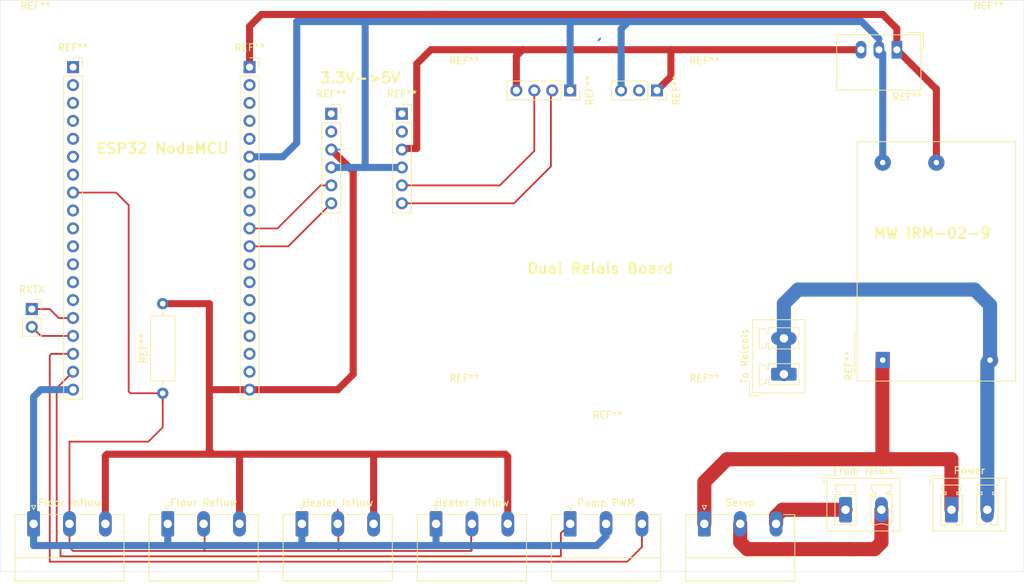
<source format=kicad_pcb>
(kicad_pcb (version 20171130) (host pcbnew "(5.1.7)-1")

  (general
    (thickness 1.6)
    (drawings 8)
    (tracks 180)
    (zones 0)
    (modules 26)
    (nets 1)
  )

  (page A4)
  (layers
    (0 F.Cu signal)
    (31 B.Cu signal)
    (36 B.SilkS user)
    (37 F.SilkS user)
    (38 B.Mask user)
    (39 F.Mask user)
    (44 Edge.Cuts user)
    (45 Margin user)
    (46 B.CrtYd user)
    (47 F.CrtYd user)
  )

  (setup
    (last_trace_width 0.25)
    (trace_clearance 0.2)
    (zone_clearance 0.508)
    (zone_45_only no)
    (trace_min 0.2)
    (via_size 0.8)
    (via_drill 0.4)
    (via_min_size 0.4)
    (via_min_drill 0.3)
    (uvia_size 0.3)
    (uvia_drill 0.1)
    (uvias_allowed no)
    (uvia_min_size 0.2)
    (uvia_min_drill 0.1)
    (edge_width 0.05)
    (segment_width 0.2)
    (pcb_text_width 0.3)
    (pcb_text_size 1.5 1.5)
    (mod_edge_width 0.12)
    (mod_text_size 1 1)
    (mod_text_width 0.15)
    (pad_size 1.524 1.524)
    (pad_drill 0.762)
    (pad_to_mask_clearance 0.051)
    (solder_mask_min_width 0.25)
    (aux_axis_origin 0 0)
    (visible_elements 7FFFFFFF)
    (pcbplotparams
      (layerselection 0x0f0f0_ffffffff)
      (usegerberextensions false)
      (usegerberattributes false)
      (usegerberadvancedattributes false)
      (creategerberjobfile false)
      (excludeedgelayer false)
      (linewidth 0.100000)
      (plotframeref false)
      (viasonmask false)
      (mode 1)
      (useauxorigin false)
      (hpglpennumber 1)
      (hpglpenspeed 20)
      (hpglpendiameter 15.000000)
      (psnegative false)
      (psa4output false)
      (plotreference true)
      (plotvalue true)
      (plotinvisibletext false)
      (padsonsilk false)
      (subtractmaskfromsilk false)
      (outputformat 1)
      (mirror false)
      (drillshape 0)
      (scaleselection 1)
      (outputdirectory "gerber/"))
  )

  (net 0 "")

  (net_class Default "This is the default net class."
    (clearance 0.2)
    (trace_width 0.25)
    (via_dia 0.8)
    (via_drill 0.4)
    (uvia_dia 0.3)
    (uvia_drill 0.1)
  )

  (module Connector_PinSocket_2.54mm:PinSocket_1x02_P2.54mm_Vertical (layer F.Cu) (tedit 5A19A420) (tstamp 5FB3DED2)
    (at 30.48 111.76)
    (descr "Through hole straight socket strip, 1x02, 2.54mm pitch, single row (from Kicad 4.0.7), script generated")
    (tags "Through hole socket strip THT 1x02 2.54mm single row")
    (fp_text reference RXTX (at 0 -2.77) (layer F.SilkS)
      (effects (font (size 1 1) (thickness 0.15)))
    )
    (fp_text value PinSocket_1x02_P2.54mm_Vertical (at 0 5.31) (layer F.Fab)
      (effects (font (size 1 1) (thickness 0.15)))
    )
    (fp_text user %R (at 0 1.27 90) (layer F.Fab)
      (effects (font (size 1 1) (thickness 0.15)))
    )
    (fp_line (start -1.27 -1.27) (end 0.635 -1.27) (layer F.Fab) (width 0.1))
    (fp_line (start 0.635 -1.27) (end 1.27 -0.635) (layer F.Fab) (width 0.1))
    (fp_line (start 1.27 -0.635) (end 1.27 3.81) (layer F.Fab) (width 0.1))
    (fp_line (start 1.27 3.81) (end -1.27 3.81) (layer F.Fab) (width 0.1))
    (fp_line (start -1.27 3.81) (end -1.27 -1.27) (layer F.Fab) (width 0.1))
    (fp_line (start -1.33 1.27) (end 1.33 1.27) (layer F.SilkS) (width 0.12))
    (fp_line (start -1.33 1.27) (end -1.33 3.87) (layer F.SilkS) (width 0.12))
    (fp_line (start -1.33 3.87) (end 1.33 3.87) (layer F.SilkS) (width 0.12))
    (fp_line (start 1.33 1.27) (end 1.33 3.87) (layer F.SilkS) (width 0.12))
    (fp_line (start 1.33 -1.33) (end 1.33 0) (layer F.SilkS) (width 0.12))
    (fp_line (start 0 -1.33) (end 1.33 -1.33) (layer F.SilkS) (width 0.12))
    (fp_line (start -1.8 -1.8) (end 1.75 -1.8) (layer F.CrtYd) (width 0.05))
    (fp_line (start 1.75 -1.8) (end 1.75 4.3) (layer F.CrtYd) (width 0.05))
    (fp_line (start 1.75 4.3) (end -1.8 4.3) (layer F.CrtYd) (width 0.05))
    (fp_line (start -1.8 4.3) (end -1.8 -1.8) (layer F.CrtYd) (width 0.05))
    (pad 2 thru_hole oval (at 0 2.54) (size 1.7 1.7) (drill 1) (layers *.Cu *.Mask))
    (pad 1 thru_hole rect (at 0 0) (size 1.7 1.7) (drill 1) (layers *.Cu *.Mask))
    (model ${KISYS3DMOD}/Connector_PinSocket_2.54mm.3dshapes/PinSocket_1x02_P2.54mm_Vertical.wrl
      (at (xyz 0 0 0))
      (scale (xyz 1 1 1))
      (rotate (xyz 0 0 0))
    )
  )

  (module Converter_ACDC:Converter_ACDC_MeanWell_IRM-02-xx_THT (layer F.Cu) (tedit 59FEFB72) (tstamp 5F9F59A2)
    (at 151 119 90)
    (descr "ACDC-Converter, 2W, Meanwell, IRM-02, THT, https://www.meanwell.co.uk/media/productPDF/IRM-02-spec.pdf")
    (tags "ACDC-Converter 2W THT")
    (fp_text reference REF** (at -0.8 -4.8 90) (layer F.SilkS)
      (effects (font (size 1 1) (thickness 0.15)))
    )
    (fp_text value Converter_ACDC_MeanWell_IRM-02-xx_THT (at 15.14 20.15 90) (layer F.Fab)
      (effects (font (size 1 1) (thickness 0.15)))
    )
    (fp_line (start -2 -3.95) (end 4 -3.95) (layer F.SilkS) (width 0.12))
    (fp_line (start 1 -3.5) (end 0 -2.5) (layer F.Fab) (width 0.1))
    (fp_line (start 0 -2.5) (end -1 -3.5) (layer F.Fab) (width 0.1))
    (fp_line (start -1 -3.5) (end -2.85 -3.5) (layer F.Fab) (width 0.1))
    (fp_line (start 1 -3.5) (end 30.85 -3.5) (layer F.Fab) (width 0.1))
    (fp_line (start -2.85 18.7) (end -2.85 -3.5) (layer F.Fab) (width 0.1))
    (fp_line (start 30.85 18.7) (end 30.85 -3.5) (layer F.Fab) (width 0.1))
    (fp_line (start -2.85 18.7) (end 30.85 18.7) (layer F.Fab) (width 0.1))
    (fp_line (start -2.97 18.82) (end 30.97 18.82) (layer F.SilkS) (width 0.12))
    (fp_line (start -2.97 -3.62) (end 30.97 -3.62) (layer F.SilkS) (width 0.12))
    (fp_line (start 30.97 -3.62) (end 30.97 18.82) (layer F.SilkS) (width 0.12))
    (fp_line (start -2.97 18.82) (end -2.97 -3.62) (layer F.SilkS) (width 0.12))
    (fp_line (start -3.1 18.95) (end 31.1 18.95) (layer F.CrtYd) (width 0.05))
    (fp_line (start 31.1 18.95) (end 31.1 -3.75) (layer F.CrtYd) (width 0.05))
    (fp_line (start -3.1 -3.75) (end 31.1 -3.75) (layer F.CrtYd) (width 0.05))
    (fp_line (start -3.1 18.95) (end -3.1 -3.75) (layer F.CrtYd) (width 0.05))
    (fp_text user %R (at 14.03 7.47 90) (layer F.Fab)
      (effects (font (size 1 1) (thickness 0.15)))
    )
    (pad 4 thru_hole circle (at 28 7.6 90) (size 2.3 2.3) (drill 0.76) (layers *.Cu *.Mask))
    (pad 2 thru_hole circle (at 0 15.2 90) (size 2.3 2.3) (drill 0.8) (layers *.Cu *.Mask))
    (pad 1 thru_hole rect (at 0 0 90) (size 2.3 2) (drill 0.8) (layers *.Cu *.Mask))
    (pad 3 thru_hole circle (at 28 0 90) (size 2.3 2.3) (drill 0.76) (layers *.Cu *.Mask))
    (model ${KISYS3DMOD}/Converter_ACDC.3dshapes/Converter_ACDC_MeanWell_IRM-02-xx_THT.wrl
      (at (xyz 0 0 0))
      (scale (xyz 1 1 1))
      (rotate (xyz 0 0 0))
    )
  )

  (module Converter_DCDC:Converter_DCDC_TRACO_TSR-1_THT (layer F.Cu) (tedit 59FE1FB7) (tstamp 5F9F5501)
    (at 153 75 180)
    (descr "DCDC-Converter, TRACO, TSR 1-xxxx")
    (tags "DCDC-Converter TRACO TSR-1")
    (fp_text reference REF** (at -1.5 -6.71) (layer F.SilkS)
      (effects (font (size 1 1) (thickness 0.15)))
    )
    (fp_text value Converter_DCDC_TRACO_TSR-1_THT (at 2.5 3.25) (layer F.Fab)
      (effects (font (size 1 1) (thickness 0.15)))
    )
    (fp_line (start -2.3 2) (end 8.4 2) (layer F.Fab) (width 0.1))
    (fp_line (start -3.42 2.12) (end -3.42 -5.73) (layer F.SilkS) (width 0.12))
    (fp_line (start -3.42 -5.73) (end 8.52 -5.73) (layer F.SilkS) (width 0.12))
    (fp_line (start 8.52 -5.73) (end 8.52 2.12) (layer F.SilkS) (width 0.12))
    (fp_line (start 8.52 2.12) (end -3.42 2.12) (layer F.SilkS) (width 0.12))
    (fp_line (start -3.55 -5.85) (end 8.65 -5.85) (layer F.CrtYd) (width 0.05))
    (fp_line (start 8.65 -5.85) (end 8.65 2.25) (layer F.CrtYd) (width 0.05))
    (fp_line (start 8.65 2.25) (end -3.55 2.25) (layer F.CrtYd) (width 0.05))
    (fp_line (start -3.55 2.25) (end -3.55 -5.85) (layer F.CrtYd) (width 0.05))
    (fp_line (start -3.3 -5.6) (end 8.4 -5.6) (layer F.Fab) (width 0.1))
    (fp_line (start 8.4 2) (end 8.4 -5.6) (layer F.Fab) (width 0.1))
    (fp_line (start -3.3 1) (end -3.3 -5.6) (layer F.Fab) (width 0.1))
    (fp_line (start -3.3 1) (end -2.3 2) (layer F.Fab) (width 0.1))
    (fp_line (start -3.75 0) (end -3.75 2.45) (layer F.SilkS) (width 0.12))
    (fp_line (start -3.75 2.45) (end -1.42 2.45) (layer F.SilkS) (width 0.12))
    (fp_text user %R (at 3 -3) (layer F.Fab)
      (effects (font (size 1 1) (thickness 0.15)))
    )
    (pad 3 thru_hole oval (at 5.08 0 180) (size 1.5 2.5) (drill 1) (layers *.Cu *.Mask))
    (pad 2 thru_hole oval (at 2.54 0 180) (size 1.5 2.5) (drill 1) (layers *.Cu *.Mask))
    (pad 1 thru_hole rect (at 0 0 180) (size 1.5 2.5) (drill 1) (layers *.Cu *.Mask))
    (model ${KISYS3DMOD}/Converter_DCDC.3dshapes/Converter_DCDC_TRACO_TSR-1_THT.wrl
      (at (xyz 0 0 0))
      (scale (xyz 1 1 1))
      (rotate (xyz 0 0 0))
    )
  )

  (module Connector_Phoenix_MC_HighVoltage:PhoenixContact_MCV_1,5_2-G-5.08_1x02_P5.08mm_Vertical (layer F.Cu) (tedit 5B784ED3) (tstamp 5F9EF18B)
    (at 137 121 90)
    (descr "Generic Phoenix Contact connector footprint for: MCV_1,5/2-G-5.08; number of pins: 02; pin pitch: 5.08mm; Vertical || order number: 1836299 8A 320V")
    (tags "phoenix_contact connector MCV_01x02_G_5.08mm")
    (fp_text reference "To Releais" (at 2.54 -5.55 90) (layer F.SilkS)
      (effects (font (size 1 1) (thickness 0.15)))
    )
    (fp_text value PhoenixContact_MCV_1,5_2-G-5.08_1x02_P5.08mm_Vertical (at 2.54 4.1 90) (layer F.Fab)
      (effects (font (size 1 1) (thickness 0.15)))
    )
    (fp_line (start -3.04 -4.85) (end -1.04 -4.85) (layer F.Fab) (width 0.1))
    (fp_line (start -3.04 -3.6) (end -3.04 -4.85) (layer F.Fab) (width 0.1))
    (fp_line (start -3.04 -4.85) (end -1.04 -4.85) (layer F.SilkS) (width 0.12))
    (fp_line (start -3.04 -3.6) (end -3.04 -4.85) (layer F.SilkS) (width 0.12))
    (fp_line (start 8.12 -4.85) (end -3.04 -4.85) (layer F.CrtYd) (width 0.05))
    (fp_line (start 8.12 3.4) (end 8.12 -4.85) (layer F.CrtYd) (width 0.05))
    (fp_line (start -3.04 3.4) (end 8.12 3.4) (layer F.CrtYd) (width 0.05))
    (fp_line (start -3.04 -4.85) (end -3.04 3.4) (layer F.CrtYd) (width 0.05))
    (fp_line (start 6.58 2.15) (end 5.83 2.15) (layer F.SilkS) (width 0.12))
    (fp_line (start 6.58 -2.15) (end 6.58 2.15) (layer F.SilkS) (width 0.12))
    (fp_line (start 5.83 -2.15) (end 6.58 -2.15) (layer F.SilkS) (width 0.12))
    (fp_line (start 5.83 -2.5) (end 5.83 -2.15) (layer F.SilkS) (width 0.12))
    (fp_line (start 6.33 -2.5) (end 5.83 -2.5) (layer F.SilkS) (width 0.12))
    (fp_line (start 6.58 -3.5) (end 6.33 -2.5) (layer F.SilkS) (width 0.12))
    (fp_line (start 3.58 -3.5) (end 6.58 -3.5) (layer F.SilkS) (width 0.12))
    (fp_line (start 3.83 -2.5) (end 3.58 -3.5) (layer F.SilkS) (width 0.12))
    (fp_line (start 4.33 -2.5) (end 3.83 -2.5) (layer F.SilkS) (width 0.12))
    (fp_line (start 4.33 -2.15) (end 4.33 -2.5) (layer F.SilkS) (width 0.12))
    (fp_line (start 3.58 -2.15) (end 4.33 -2.15) (layer F.SilkS) (width 0.12))
    (fp_line (start 3.58 2.15) (end 3.58 -2.15) (layer F.SilkS) (width 0.12))
    (fp_line (start 4.33 2.15) (end 3.58 2.15) (layer F.SilkS) (width 0.12))
    (fp_line (start 1.5 2.15) (end 0.75 2.15) (layer F.SilkS) (width 0.12))
    (fp_line (start 1.5 -2.15) (end 1.5 2.15) (layer F.SilkS) (width 0.12))
    (fp_line (start 0.75 -2.15) (end 1.5 -2.15) (layer F.SilkS) (width 0.12))
    (fp_line (start 0.75 -2.5) (end 0.75 -2.15) (layer F.SilkS) (width 0.12))
    (fp_line (start 1.25 -2.5) (end 0.75 -2.5) (layer F.SilkS) (width 0.12))
    (fp_line (start 1.5 -3.5) (end 1.25 -2.5) (layer F.SilkS) (width 0.12))
    (fp_line (start -1.5 -3.5) (end 1.5 -3.5) (layer F.SilkS) (width 0.12))
    (fp_line (start -1.25 -2.5) (end -1.5 -3.5) (layer F.SilkS) (width 0.12))
    (fp_line (start -0.75 -2.5) (end -1.25 -2.5) (layer F.SilkS) (width 0.12))
    (fp_line (start -0.75 -2.15) (end -0.75 -2.5) (layer F.SilkS) (width 0.12))
    (fp_line (start -1.5 -2.15) (end -0.75 -2.15) (layer F.SilkS) (width 0.12))
    (fp_line (start -1.5 2.15) (end -1.5 -2.15) (layer F.SilkS) (width 0.12))
    (fp_line (start -0.75 2.15) (end -1.5 2.15) (layer F.SilkS) (width 0.12))
    (fp_line (start 7.62 -4.35) (end -2.54 -4.35) (layer F.Fab) (width 0.1))
    (fp_line (start 7.62 2.9) (end 7.62 -4.35) (layer F.Fab) (width 0.1))
    (fp_line (start -2.54 2.9) (end 7.62 2.9) (layer F.Fab) (width 0.1))
    (fp_line (start -2.54 -4.35) (end -2.54 2.9) (layer F.Fab) (width 0.1))
    (fp_line (start 7.73 -4.46) (end -2.65 -4.46) (layer F.SilkS) (width 0.12))
    (fp_line (start 7.73 3.01) (end 7.73 -4.46) (layer F.SilkS) (width 0.12))
    (fp_line (start -2.65 3.01) (end 7.73 3.01) (layer F.SilkS) (width 0.12))
    (fp_line (start -2.65 -4.46) (end -2.65 3.01) (layer F.SilkS) (width 0.12))
    (fp_text user %R (at 2.54 -3.65 90) (layer F.Fab)
      (effects (font (size 1 1) (thickness 0.15)))
    )
    (fp_arc (start 5.08 3.85) (end 4.33 2.15) (angle 47.6) (layer F.SilkS) (width 0.12))
    (fp_arc (start 0 3.85) (end -0.75 2.15) (angle 47.6) (layer F.SilkS) (width 0.12))
    (pad 2 thru_hole oval (at 5.08 0 90) (size 1.8 3.6) (drill 1.2) (layers *.Cu *.Mask))
    (pad 1 thru_hole roundrect (at 0 0 90) (size 1.8 3.6) (drill 1.2) (layers *.Cu *.Mask) (roundrect_rratio 0.138889))
    (model ${KISYS3DMOD}/Connector_Phoenix_MC_HighVoltage.3dshapes/PhoenixContact_MCV_1,5_2-G-5.08_1x02_P5.08mm_Vertical.wrl
      (at (xyz 0 0 0))
      (scale (xyz 1 1 1))
      (rotate (xyz 0 0 0))
    )
  )

  (module MountingHole:MountingHole_3.2mm_M3 (layer F.Cu) (tedit 56D1B4CB) (tstamp 5DC83E87)
    (at 112 131)
    (descr "Mounting Hole 3.2mm, no annular, M3")
    (tags "mounting hole 3.2mm no annular m3")
    (attr virtual)
    (fp_text reference REF** (at 0 -4.2) (layer F.SilkS)
      (effects (font (size 1 1) (thickness 0.15)))
    )
    (fp_text value MountingHole_3.2mm_M3 (at 0 4.2) (layer F.Fab)
      (effects (font (size 1 1) (thickness 0.15)))
    )
    (fp_circle (center 0 0) (end 3.2 0) (layer Cmts.User) (width 0.15))
    (fp_circle (center 0 0) (end 3.45 0) (layer F.CrtYd) (width 0.05))
    (fp_text user %R (at 0.3 0) (layer F.Fab)
      (effects (font (size 1 1) (thickness 0.15)))
    )
    (pad 1 np_thru_hole circle (at 0 0) (size 3.2 3.2) (drill 3.2) (layers *.Cu *.Mask))
  )

  (module MountingHole:MountingHole_3.2mm_M3 (layer F.Cu) (tedit 56D1B4CB) (tstamp 5DC83E79)
    (at 166 73)
    (descr "Mounting Hole 3.2mm, no annular, M3")
    (tags "mounting hole 3.2mm no annular m3")
    (attr virtual)
    (fp_text reference REF** (at 0 -4.2) (layer F.SilkS)
      (effects (font (size 1 1) (thickness 0.15)))
    )
    (fp_text value MountingHole_3.2mm_M3 (at 0 4.2) (layer F.Fab)
      (effects (font (size 1 1) (thickness 0.15)))
    )
    (fp_circle (center 0 0) (end 3.45 0) (layer F.CrtYd) (width 0.05))
    (fp_circle (center 0 0) (end 3.2 0) (layer Cmts.User) (width 0.15))
    (fp_text user %R (at 0.3 0) (layer F.Fab)
      (effects (font (size 1 1) (thickness 0.15)))
    )
    (pad 1 np_thru_hole circle (at 0 0) (size 3.2 3.2) (drill 3.2) (layers *.Cu *.Mask))
  )

  (module MountingHole:MountingHole_3.2mm_M3 (layer F.Cu) (tedit 56D1B4CB) (tstamp 5DC83E6B)
    (at 31 73)
    (descr "Mounting Hole 3.2mm, no annular, M3")
    (tags "mounting hole 3.2mm no annular m3")
    (attr virtual)
    (fp_text reference REF** (at 0 -4.2) (layer F.SilkS)
      (effects (font (size 1 1) (thickness 0.15)))
    )
    (fp_text value MountingHole_3.2mm_M3 (at 0 4.2) (layer F.Fab)
      (effects (font (size 1 1) (thickness 0.15)))
    )
    (fp_circle (center 0 0) (end 3.2 0) (layer Cmts.User) (width 0.15))
    (fp_circle (center 0 0) (end 3.45 0) (layer F.CrtYd) (width 0.05))
    (fp_text user %R (at 0.3 0) (layer F.Fab)
      (effects (font (size 1 1) (thickness 0.15)))
    )
    (pad 1 np_thru_hole circle (at 0 0) (size 3.2 3.2) (drill 3.2) (layers *.Cu *.Mask))
  )

  (module Connector_Phoenix_MC_HighVoltage:PhoenixContact_MC_1,5_3-G-5.08_1x03_P5.08mm_Horizontal (layer F.Cu) (tedit 5B784ED2) (tstamp 5DC83722)
    (at 106.734 142.208)
    (descr "Generic Phoenix Contact connector footprint for: MC_1,5/3-G-5.08; number of pins: 03; pin pitch: 5.08mm; Angled || order number: 1836192 8A 320V")
    (tags "phoenix_contact connector MC_01x03_G_5.08mm")
    (fp_text reference "Pump PWM" (at 5.08 -3) (layer F.SilkS)
      (effects (font (size 1 1) (thickness 0.15)))
    )
    (fp_text value PhoenixContact_MC_1,5_3-G-5.08_1x03_P5.08mm_Horizontal (at 5.08 9.2) (layer F.Fab)
      (effects (font (size 1 1) (thickness 0.15)))
    )
    (fp_line (start 0 0) (end -0.8 -1.2) (layer F.Fab) (width 0.1))
    (fp_line (start 0.8 -1.2) (end 0 0) (layer F.Fab) (width 0.1))
    (fp_line (start -0.3 -2.6) (end 0.3 -2.6) (layer F.SilkS) (width 0.12))
    (fp_line (start 0 -2) (end -0.3 -2.6) (layer F.SilkS) (width 0.12))
    (fp_line (start 0.3 -2.6) (end 0 -2) (layer F.SilkS) (width 0.12))
    (fp_line (start 13.2 -2.3) (end -3.15 -2.3) (layer F.CrtYd) (width 0.05))
    (fp_line (start 13.2 8.5) (end 13.2 -2.3) (layer F.CrtYd) (width 0.05))
    (fp_line (start -3.15 8.5) (end 13.2 8.5) (layer F.CrtYd) (width 0.05))
    (fp_line (start -3.15 -2.3) (end -3.15 8.5) (layer F.CrtYd) (width 0.05))
    (fp_line (start -2.65 4.8) (end 12.81 4.8) (layer F.SilkS) (width 0.12))
    (fp_line (start 12.7 -1.2) (end -2.54 -1.2) (layer F.Fab) (width 0.1))
    (fp_line (start 12.7 8) (end 12.7 -1.2) (layer F.Fab) (width 0.1))
    (fp_line (start -2.54 8) (end 12.7 8) (layer F.Fab) (width 0.1))
    (fp_line (start -2.54 -1.2) (end -2.54 8) (layer F.Fab) (width 0.1))
    (fp_line (start 6.13 -1.31) (end 9.11 -1.31) (layer F.SilkS) (width 0.12))
    (fp_line (start 1.05 -1.31) (end 4.03 -1.31) (layer F.SilkS) (width 0.12))
    (fp_line (start 12.81 -1.31) (end 11.21 -1.31) (layer F.SilkS) (width 0.12))
    (fp_line (start -2.65 -1.31) (end -1.05 -1.31) (layer F.SilkS) (width 0.12))
    (fp_line (start 12.81 8.11) (end 12.81 -1.31) (layer F.SilkS) (width 0.12))
    (fp_line (start -2.65 8.11) (end 12.81 8.11) (layer F.SilkS) (width 0.12))
    (fp_line (start -2.65 -1.31) (end -2.65 8.11) (layer F.SilkS) (width 0.12))
    (fp_text user %R (at 5.08 -0.5) (layer F.Fab)
      (effects (font (size 1 1) (thickness 0.15)))
    )
    (pad 3 thru_hole oval (at 10.16 0) (size 1.8 3.6) (drill 1.2) (layers *.Cu *.Mask))
    (pad 2 thru_hole oval (at 5.08 0) (size 1.8 3.6) (drill 1.2) (layers *.Cu *.Mask))
    (pad 1 thru_hole roundrect (at 0 0) (size 1.8 3.6) (drill 1.2) (layers *.Cu *.Mask) (roundrect_rratio 0.138889))
    (model ${KISYS3DMOD}/Connector_Phoenix_MC_HighVoltage.3dshapes/PhoenixContact_MC_1,5_3-G-5.08_1x03_P5.08mm_Horizontal.wrl
      (at (xyz 0 0 0))
      (scale (xyz 1 1 1))
      (rotate (xyz 0 0 0))
    )
  )

  (module Connector_Phoenix_MC_HighVoltage:PhoenixContact_MCV_1,5_2-G-5.08_1x02_P5.08mm_Vertical (layer F.Cu) (tedit 5B784ED3) (tstamp 5DC8264F)
    (at 145.734 140.208)
    (descr "Generic Phoenix Contact connector footprint for: MCV_1,5/2-G-5.08; number of pins: 02; pin pitch: 5.08mm; Vertical || order number: 1836299 8A 320V")
    (tags "phoenix_contact connector MCV_01x02_G_5.08mm")
    (fp_text reference "From relais" (at 2.54 -5.55) (layer F.SilkS)
      (effects (font (size 1 1) (thickness 0.15)))
    )
    (fp_text value PhoenixContact_MCV_1,5_2-G-5.08_1x02_P5.08mm_Vertical (at 2.54 4.1) (layer F.Fab)
      (effects (font (size 1 1) (thickness 0.15)))
    )
    (fp_line (start -2.65 -4.46) (end -2.65 3.01) (layer F.SilkS) (width 0.12))
    (fp_line (start -2.65 3.01) (end 7.73 3.01) (layer F.SilkS) (width 0.12))
    (fp_line (start 7.73 3.01) (end 7.73 -4.46) (layer F.SilkS) (width 0.12))
    (fp_line (start 7.73 -4.46) (end -2.65 -4.46) (layer F.SilkS) (width 0.12))
    (fp_line (start -2.54 -4.35) (end -2.54 2.9) (layer F.Fab) (width 0.1))
    (fp_line (start -2.54 2.9) (end 7.62 2.9) (layer F.Fab) (width 0.1))
    (fp_line (start 7.62 2.9) (end 7.62 -4.35) (layer F.Fab) (width 0.1))
    (fp_line (start 7.62 -4.35) (end -2.54 -4.35) (layer F.Fab) (width 0.1))
    (fp_line (start -0.75 2.15) (end -1.5 2.15) (layer F.SilkS) (width 0.12))
    (fp_line (start -1.5 2.15) (end -1.5 -2.15) (layer F.SilkS) (width 0.12))
    (fp_line (start -1.5 -2.15) (end -0.75 -2.15) (layer F.SilkS) (width 0.12))
    (fp_line (start -0.75 -2.15) (end -0.75 -2.5) (layer F.SilkS) (width 0.12))
    (fp_line (start -0.75 -2.5) (end -1.25 -2.5) (layer F.SilkS) (width 0.12))
    (fp_line (start -1.25 -2.5) (end -1.5 -3.5) (layer F.SilkS) (width 0.12))
    (fp_line (start -1.5 -3.5) (end 1.5 -3.5) (layer F.SilkS) (width 0.12))
    (fp_line (start 1.5 -3.5) (end 1.25 -2.5) (layer F.SilkS) (width 0.12))
    (fp_line (start 1.25 -2.5) (end 0.75 -2.5) (layer F.SilkS) (width 0.12))
    (fp_line (start 0.75 -2.5) (end 0.75 -2.15) (layer F.SilkS) (width 0.12))
    (fp_line (start 0.75 -2.15) (end 1.5 -2.15) (layer F.SilkS) (width 0.12))
    (fp_line (start 1.5 -2.15) (end 1.5 2.15) (layer F.SilkS) (width 0.12))
    (fp_line (start 1.5 2.15) (end 0.75 2.15) (layer F.SilkS) (width 0.12))
    (fp_line (start 4.33 2.15) (end 3.58 2.15) (layer F.SilkS) (width 0.12))
    (fp_line (start 3.58 2.15) (end 3.58 -2.15) (layer F.SilkS) (width 0.12))
    (fp_line (start 3.58 -2.15) (end 4.33 -2.15) (layer F.SilkS) (width 0.12))
    (fp_line (start 4.33 -2.15) (end 4.33 -2.5) (layer F.SilkS) (width 0.12))
    (fp_line (start 4.33 -2.5) (end 3.83 -2.5) (layer F.SilkS) (width 0.12))
    (fp_line (start 3.83 -2.5) (end 3.58 -3.5) (layer F.SilkS) (width 0.12))
    (fp_line (start 3.58 -3.5) (end 6.58 -3.5) (layer F.SilkS) (width 0.12))
    (fp_line (start 6.58 -3.5) (end 6.33 -2.5) (layer F.SilkS) (width 0.12))
    (fp_line (start 6.33 -2.5) (end 5.83 -2.5) (layer F.SilkS) (width 0.12))
    (fp_line (start 5.83 -2.5) (end 5.83 -2.15) (layer F.SilkS) (width 0.12))
    (fp_line (start 5.83 -2.15) (end 6.58 -2.15) (layer F.SilkS) (width 0.12))
    (fp_line (start 6.58 -2.15) (end 6.58 2.15) (layer F.SilkS) (width 0.12))
    (fp_line (start 6.58 2.15) (end 5.83 2.15) (layer F.SilkS) (width 0.12))
    (fp_line (start -3.04 -4.85) (end -3.04 3.4) (layer F.CrtYd) (width 0.05))
    (fp_line (start -3.04 3.4) (end 8.12 3.4) (layer F.CrtYd) (width 0.05))
    (fp_line (start 8.12 3.4) (end 8.12 -4.85) (layer F.CrtYd) (width 0.05))
    (fp_line (start 8.12 -4.85) (end -3.04 -4.85) (layer F.CrtYd) (width 0.05))
    (fp_line (start -3.04 -3.6) (end -3.04 -4.85) (layer F.SilkS) (width 0.12))
    (fp_line (start -3.04 -4.85) (end -1.04 -4.85) (layer F.SilkS) (width 0.12))
    (fp_line (start -3.04 -3.6) (end -3.04 -4.85) (layer F.Fab) (width 0.1))
    (fp_line (start -3.04 -4.85) (end -1.04 -4.85) (layer F.Fab) (width 0.1))
    (fp_arc (start 0 3.85) (end -0.75 2.15) (angle 47.6) (layer F.SilkS) (width 0.12))
    (fp_arc (start 5.08 3.85) (end 4.33 2.15) (angle 47.6) (layer F.SilkS) (width 0.12))
    (fp_text user %R (at 2.54 -3.65) (layer F.Fab)
      (effects (font (size 1 1) (thickness 0.15)))
    )
    (pad 1 thru_hole roundrect (at 0 0) (size 1.8 3.6) (drill 1.2) (layers *.Cu *.Mask) (roundrect_rratio 0.138889))
    (pad 2 thru_hole oval (at 5.08 0) (size 1.8 3.6) (drill 1.2) (layers *.Cu *.Mask))
    (model ${KISYS3DMOD}/Connector_Phoenix_MC_HighVoltage.3dshapes/PhoenixContact_MCV_1,5_2-G-5.08_1x02_P5.08mm_Vertical.wrl
      (at (xyz 0 0 0))
      (scale (xyz 1 1 1))
      (rotate (xyz 0 0 0))
    )
  )

  (module Connector_Phoenix_MC_HighVoltage:PhoenixContact_MCV_1,5_2-G-5.08_1x02_P5.08mm_Vertical (layer F.Cu) (tedit 5B784ED3) (tstamp 5DC822D6)
    (at 160.734 140.208)
    (descr "Generic Phoenix Contact connector footprint for: MCV_1,5/2-G-5.08; number of pins: 02; pin pitch: 5.08mm; Vertical || order number: 1836299 8A 320V")
    (tags "phoenix_contact connector MCV_01x02_G_5.08mm")
    (fp_text reference Power (at 2.54 -5.55) (layer F.SilkS)
      (effects (font (size 1 1) (thickness 0.15)))
    )
    (fp_text value PhoenixContact_MCV_1,5_2-G-5.08_1x02_P5.08mm_Vertical (at -10.366 -9.652) (layer F.Fab)
      (effects (font (size 1 1) (thickness 0.15)))
    )
    (fp_line (start -3.04 -4.85) (end -1.04 -4.85) (layer F.Fab) (width 0.1))
    (fp_line (start -3.04 -3.6) (end -3.04 -4.85) (layer F.Fab) (width 0.1))
    (fp_line (start -3.04 -4.85) (end -1.04 -4.85) (layer F.SilkS) (width 0.12))
    (fp_line (start -3.04 -3.6) (end -3.04 -4.85) (layer F.SilkS) (width 0.12))
    (fp_line (start 8.12 -4.85) (end -3.04 -4.85) (layer F.CrtYd) (width 0.05))
    (fp_line (start 8.12 3.4) (end 8.12 -4.85) (layer F.CrtYd) (width 0.05))
    (fp_line (start -3.04 3.4) (end 8.12 3.4) (layer F.CrtYd) (width 0.05))
    (fp_line (start -3.04 -4.85) (end -3.04 3.4) (layer F.CrtYd) (width 0.05))
    (fp_line (start 6.58 2.15) (end 5.83 2.15) (layer F.SilkS) (width 0.12))
    (fp_line (start 6.58 -2.15) (end 6.58 2.15) (layer F.SilkS) (width 0.12))
    (fp_line (start 5.83 -2.15) (end 6.58 -2.15) (layer F.SilkS) (width 0.12))
    (fp_line (start 5.83 -2.5) (end 5.83 -2.15) (layer F.SilkS) (width 0.12))
    (fp_line (start 6.33 -2.5) (end 5.83 -2.5) (layer F.SilkS) (width 0.12))
    (fp_line (start 6.58 -3.5) (end 6.33 -2.5) (layer F.SilkS) (width 0.12))
    (fp_line (start 3.58 -3.5) (end 6.58 -3.5) (layer F.SilkS) (width 0.12))
    (fp_line (start 3.83 -2.5) (end 3.58 -3.5) (layer F.SilkS) (width 0.12))
    (fp_line (start 4.33 -2.5) (end 3.83 -2.5) (layer F.SilkS) (width 0.12))
    (fp_line (start 4.33 -2.15) (end 4.33 -2.5) (layer F.SilkS) (width 0.12))
    (fp_line (start 3.58 -2.15) (end 4.33 -2.15) (layer F.SilkS) (width 0.12))
    (fp_line (start 3.58 2.15) (end 3.58 -2.15) (layer F.SilkS) (width 0.12))
    (fp_line (start 4.33 2.15) (end 3.58 2.15) (layer F.SilkS) (width 0.12))
    (fp_line (start 1.5 2.15) (end 0.75 2.15) (layer F.SilkS) (width 0.12))
    (fp_line (start 1.5 -2.15) (end 1.5 2.15) (layer F.SilkS) (width 0.12))
    (fp_line (start 0.75 -2.15) (end 1.5 -2.15) (layer F.SilkS) (width 0.12))
    (fp_line (start 0.75 -2.5) (end 0.75 -2.15) (layer F.SilkS) (width 0.12))
    (fp_line (start 1.25 -2.5) (end 0.75 -2.5) (layer F.SilkS) (width 0.12))
    (fp_line (start 1.5 -3.5) (end 1.25 -2.5) (layer F.SilkS) (width 0.12))
    (fp_line (start -1.5 -3.5) (end 1.5 -3.5) (layer F.SilkS) (width 0.12))
    (fp_line (start -1.25 -2.5) (end -1.5 -3.5) (layer F.SilkS) (width 0.12))
    (fp_line (start -0.75 -2.5) (end -1.25 -2.5) (layer F.SilkS) (width 0.12))
    (fp_line (start -0.75 -2.15) (end -0.75 -2.5) (layer F.SilkS) (width 0.12))
    (fp_line (start -1.5 -2.15) (end -0.75 -2.15) (layer F.SilkS) (width 0.12))
    (fp_line (start -1.5 2.15) (end -1.5 -2.15) (layer F.SilkS) (width 0.12))
    (fp_line (start -0.75 2.15) (end -1.5 2.15) (layer F.SilkS) (width 0.12))
    (fp_line (start 7.62 -4.35) (end -2.54 -4.35) (layer F.Fab) (width 0.1))
    (fp_line (start 7.62 2.9) (end 7.62 -4.35) (layer F.Fab) (width 0.1))
    (fp_line (start -2.54 2.9) (end 7.62 2.9) (layer F.Fab) (width 0.1))
    (fp_line (start -2.54 -4.35) (end -2.54 2.9) (layer F.Fab) (width 0.1))
    (fp_line (start 7.73 -4.46) (end -2.65 -4.46) (layer F.SilkS) (width 0.12))
    (fp_line (start 7.73 3.01) (end 7.73 -4.46) (layer F.SilkS) (width 0.12))
    (fp_line (start -2.65 3.01) (end 7.73 3.01) (layer F.SilkS) (width 0.12))
    (fp_line (start -2.65 -4.46) (end -2.65 3.01) (layer F.SilkS) (width 0.12))
    (fp_text user %R (at 2.54 -3.65) (layer F.Fab)
      (effects (font (size 1 1) (thickness 0.15)))
    )
    (fp_arc (start 5.08 3.85) (end 4.33 2.15) (angle 47.6) (layer F.SilkS) (width 0.12))
    (fp_arc (start 0 3.85) (end -0.75 2.15) (angle 47.6) (layer F.SilkS) (width 0.12))
    (pad 2 thru_hole oval (at 5.08 0) (size 1.8 3.6) (drill 1.2) (layers *.Cu *.Mask))
    (pad 1 thru_hole roundrect (at 0 0) (size 1.8 3.6) (drill 1.2) (layers *.Cu *.Mask) (roundrect_rratio 0.138889))
    (model ${KISYS3DMOD}/Connector_Phoenix_MC_HighVoltage.3dshapes/PhoenixContact_MCV_1,5_2-G-5.08_1x02_P5.08mm_Vertical.wrl
      (at (xyz 0 0 0))
      (scale (xyz 1 1 1))
      (rotate (xyz 0 0 0))
    )
  )

  (module Connector_Phoenix_MC_HighVoltage:PhoenixContact_MC_1,5_3-G-5.08_1x03_P5.08mm_Horizontal (layer F.Cu) (tedit 5B784ED2) (tstamp 5DC81613)
    (at 125.734 142.208)
    (descr "Generic Phoenix Contact connector footprint for: MC_1,5/3-G-5.08; number of pins: 03; pin pitch: 5.08mm; Angled || order number: 1836192 8A 320V")
    (tags "phoenix_contact connector MC_01x03_G_5.08mm")
    (fp_text reference Servo (at 5.08 -3) (layer F.SilkS)
      (effects (font (size 1 1) (thickness 0.15)))
    )
    (fp_text value PhoenixContact_MC_1,5_3-G-5.08_1x03_P5.08mm_Horizontal (at 5.08 9.2) (layer F.Fab)
      (effects (font (size 1 1) (thickness 0.15)))
    )
    (fp_line (start 0 0) (end -0.8 -1.2) (layer F.Fab) (width 0.1))
    (fp_line (start 0.8 -1.2) (end 0 0) (layer F.Fab) (width 0.1))
    (fp_line (start -0.3 -2.6) (end 0.3 -2.6) (layer F.SilkS) (width 0.12))
    (fp_line (start 0 -2) (end -0.3 -2.6) (layer F.SilkS) (width 0.12))
    (fp_line (start 0.3 -2.6) (end 0 -2) (layer F.SilkS) (width 0.12))
    (fp_line (start 13.2 -2.3) (end -3.15 -2.3) (layer F.CrtYd) (width 0.05))
    (fp_line (start 13.2 8.5) (end 13.2 -2.3) (layer F.CrtYd) (width 0.05))
    (fp_line (start -3.15 8.5) (end 13.2 8.5) (layer F.CrtYd) (width 0.05))
    (fp_line (start -3.15 -2.3) (end -3.15 8.5) (layer F.CrtYd) (width 0.05))
    (fp_line (start -2.65 4.8) (end 12.81 4.8) (layer F.SilkS) (width 0.12))
    (fp_line (start 12.7 -1.2) (end -2.54 -1.2) (layer F.Fab) (width 0.1))
    (fp_line (start 12.7 8) (end 12.7 -1.2) (layer F.Fab) (width 0.1))
    (fp_line (start -2.54 8) (end 12.7 8) (layer F.Fab) (width 0.1))
    (fp_line (start -2.54 -1.2) (end -2.54 8) (layer F.Fab) (width 0.1))
    (fp_line (start 6.13 -1.31) (end 9.11 -1.31) (layer F.SilkS) (width 0.12))
    (fp_line (start 1.05 -1.31) (end 4.03 -1.31) (layer F.SilkS) (width 0.12))
    (fp_line (start 12.81 -1.31) (end 11.21 -1.31) (layer F.SilkS) (width 0.12))
    (fp_line (start -2.65 -1.31) (end -1.05 -1.31) (layer F.SilkS) (width 0.12))
    (fp_line (start 12.81 8.11) (end 12.81 -1.31) (layer F.SilkS) (width 0.12))
    (fp_line (start -2.65 8.11) (end 12.81 8.11) (layer F.SilkS) (width 0.12))
    (fp_line (start -2.65 -1.31) (end -2.65 8.11) (layer F.SilkS) (width 0.12))
    (fp_text user %R (at 5.08 -0.5) (layer F.Fab)
      (effects (font (size 1 1) (thickness 0.15)))
    )
    (pad 3 thru_hole oval (at 10.16 0) (size 1.8 3.6) (drill 1.2) (layers *.Cu *.Mask))
    (pad 2 thru_hole oval (at 5.08 0) (size 1.8 3.6) (drill 1.2) (layers *.Cu *.Mask))
    (pad 1 thru_hole roundrect (at 0 0) (size 1.8 3.6) (drill 1.2) (layers *.Cu *.Mask) (roundrect_rratio 0.138889))
    (model ${KISYS3DMOD}/Connector_Phoenix_MC_HighVoltage.3dshapes/PhoenixContact_MC_1,5_3-G-5.08_1x03_P5.08mm_Horizontal.wrl
      (at (xyz 0 0 0))
      (scale (xyz 1 1 1))
      (rotate (xyz 0 0 0))
    )
  )

  (module Connector_Phoenix_MC_HighVoltage:PhoenixContact_MC_1,5_3-G-5.08_1x03_P5.08mm_Horizontal (layer F.Cu) (tedit 5B784ED2) (tstamp 5DC815DB)
    (at 87.734 142.208)
    (descr "Generic Phoenix Contact connector footprint for: MC_1,5/3-G-5.08; number of pins: 03; pin pitch: 5.08mm; Angled || order number: 1836192 8A 320V")
    (tags "phoenix_contact connector MC_01x03_G_5.08mm")
    (fp_text reference "Heater Reflow" (at 5.08 -3) (layer F.SilkS)
      (effects (font (size 1 1) (thickness 0.15)))
    )
    (fp_text value PhoenixContact_MC_1,5_3-G-5.08_1x03_P5.08mm_Horizontal (at 5.08 9.2) (layer F.Fab)
      (effects (font (size 1 1) (thickness 0.15)))
    )
    (fp_line (start -2.65 -1.31) (end -2.65 8.11) (layer F.SilkS) (width 0.12))
    (fp_line (start -2.65 8.11) (end 12.81 8.11) (layer F.SilkS) (width 0.12))
    (fp_line (start 12.81 8.11) (end 12.81 -1.31) (layer F.SilkS) (width 0.12))
    (fp_line (start -2.65 -1.31) (end -1.05 -1.31) (layer F.SilkS) (width 0.12))
    (fp_line (start 12.81 -1.31) (end 11.21 -1.31) (layer F.SilkS) (width 0.12))
    (fp_line (start 1.05 -1.31) (end 4.03 -1.31) (layer F.SilkS) (width 0.12))
    (fp_line (start 6.13 -1.31) (end 9.11 -1.31) (layer F.SilkS) (width 0.12))
    (fp_line (start -2.54 -1.2) (end -2.54 8) (layer F.Fab) (width 0.1))
    (fp_line (start -2.54 8) (end 12.7 8) (layer F.Fab) (width 0.1))
    (fp_line (start 12.7 8) (end 12.7 -1.2) (layer F.Fab) (width 0.1))
    (fp_line (start 12.7 -1.2) (end -2.54 -1.2) (layer F.Fab) (width 0.1))
    (fp_line (start -2.65 4.8) (end 12.81 4.8) (layer F.SilkS) (width 0.12))
    (fp_line (start -3.15 -2.3) (end -3.15 8.5) (layer F.CrtYd) (width 0.05))
    (fp_line (start -3.15 8.5) (end 13.2 8.5) (layer F.CrtYd) (width 0.05))
    (fp_line (start 13.2 8.5) (end 13.2 -2.3) (layer F.CrtYd) (width 0.05))
    (fp_line (start 13.2 -2.3) (end -3.15 -2.3) (layer F.CrtYd) (width 0.05))
    (fp_line (start 0.3 -2.6) (end 0 -2) (layer F.SilkS) (width 0.12))
    (fp_line (start 0 -2) (end -0.3 -2.6) (layer F.SilkS) (width 0.12))
    (fp_line (start -0.3 -2.6) (end 0.3 -2.6) (layer F.SilkS) (width 0.12))
    (fp_line (start 0.8 -1.2) (end 0 0) (layer F.Fab) (width 0.1))
    (fp_line (start 0 0) (end -0.8 -1.2) (layer F.Fab) (width 0.1))
    (fp_text user %R (at 5.08 -0.5) (layer F.Fab)
      (effects (font (size 1 1) (thickness 0.15)))
    )
    (pad 1 thru_hole roundrect (at 0 0) (size 1.8 3.6) (drill 1.2) (layers *.Cu *.Mask) (roundrect_rratio 0.138889))
    (pad 2 thru_hole oval (at 5.08 0) (size 1.8 3.6) (drill 1.2) (layers *.Cu *.Mask))
    (pad 3 thru_hole oval (at 10.16 0) (size 1.8 3.6) (drill 1.2) (layers *.Cu *.Mask))
    (model ${KISYS3DMOD}/Connector_Phoenix_MC_HighVoltage.3dshapes/PhoenixContact_MC_1,5_3-G-5.08_1x03_P5.08mm_Horizontal.wrl
      (at (xyz 0 0 0))
      (scale (xyz 1 1 1))
      (rotate (xyz 0 0 0))
    )
  )

  (module Connector_Phoenix_MC_HighVoltage:PhoenixContact_MC_1,5_3-G-5.08_1x03_P5.08mm_Horizontal (layer F.Cu) (tedit 5B784ED2) (tstamp 5DC815A3)
    (at 68.734 142.208)
    (descr "Generic Phoenix Contact connector footprint for: MC_1,5/3-G-5.08; number of pins: 03; pin pitch: 5.08mm; Angled || order number: 1836192 8A 320V")
    (tags "phoenix_contact connector MC_01x03_G_5.08mm")
    (fp_text reference "Heater Inflow" (at 5.08 -3) (layer F.SilkS)
      (effects (font (size 1 1) (thickness 0.15)))
    )
    (fp_text value PhoenixContact_MC_1,5_3-G-5.08_1x03_P5.08mm_Horizontal (at 5.08 9.2) (layer F.Fab)
      (effects (font (size 1 1) (thickness 0.15)))
    )
    (fp_line (start 0 0) (end -0.8 -1.2) (layer F.Fab) (width 0.1))
    (fp_line (start 0.8 -1.2) (end 0 0) (layer F.Fab) (width 0.1))
    (fp_line (start -0.3 -2.6) (end 0.3 -2.6) (layer F.SilkS) (width 0.12))
    (fp_line (start 0 -2) (end -0.3 -2.6) (layer F.SilkS) (width 0.12))
    (fp_line (start 0.3 -2.6) (end 0 -2) (layer F.SilkS) (width 0.12))
    (fp_line (start 13.2 -2.3) (end -3.15 -2.3) (layer F.CrtYd) (width 0.05))
    (fp_line (start 13.2 8.5) (end 13.2 -2.3) (layer F.CrtYd) (width 0.05))
    (fp_line (start -3.15 8.5) (end 13.2 8.5) (layer F.CrtYd) (width 0.05))
    (fp_line (start -3.15 -2.3) (end -3.15 8.5) (layer F.CrtYd) (width 0.05))
    (fp_line (start -2.65 4.8) (end 12.81 4.8) (layer F.SilkS) (width 0.12))
    (fp_line (start 12.7 -1.2) (end -2.54 -1.2) (layer F.Fab) (width 0.1))
    (fp_line (start 12.7 8) (end 12.7 -1.2) (layer F.Fab) (width 0.1))
    (fp_line (start -2.54 8) (end 12.7 8) (layer F.Fab) (width 0.1))
    (fp_line (start -2.54 -1.2) (end -2.54 8) (layer F.Fab) (width 0.1))
    (fp_line (start 6.13 -1.31) (end 9.11 -1.31) (layer F.SilkS) (width 0.12))
    (fp_line (start 1.05 -1.31) (end 4.03 -1.31) (layer F.SilkS) (width 0.12))
    (fp_line (start 12.81 -1.31) (end 11.21 -1.31) (layer F.SilkS) (width 0.12))
    (fp_line (start -2.65 -1.31) (end -1.05 -1.31) (layer F.SilkS) (width 0.12))
    (fp_line (start 12.81 8.11) (end 12.81 -1.31) (layer F.SilkS) (width 0.12))
    (fp_line (start -2.65 8.11) (end 12.81 8.11) (layer F.SilkS) (width 0.12))
    (fp_line (start -2.65 -1.31) (end -2.65 8.11) (layer F.SilkS) (width 0.12))
    (fp_text user %R (at 5.08 -0.5) (layer F.Fab)
      (effects (font (size 1 1) (thickness 0.15)))
    )
    (pad 3 thru_hole oval (at 10.16 0) (size 1.8 3.6) (drill 1.2) (layers *.Cu *.Mask))
    (pad 2 thru_hole oval (at 5.08 0) (size 1.8 3.6) (drill 1.2) (layers *.Cu *.Mask))
    (pad 1 thru_hole roundrect (at 0 0) (size 1.8 3.6) (drill 1.2) (layers *.Cu *.Mask) (roundrect_rratio 0.138889))
    (model ${KISYS3DMOD}/Connector_Phoenix_MC_HighVoltage.3dshapes/PhoenixContact_MC_1,5_3-G-5.08_1x03_P5.08mm_Horizontal.wrl
      (at (xyz 0 0 0))
      (scale (xyz 1 1 1))
      (rotate (xyz 0 0 0))
    )
  )

  (module Connector_Phoenix_MC_HighVoltage:PhoenixContact_MC_1,5_3-G-5.08_1x03_P5.08mm_Horizontal (layer F.Cu) (tedit 5B784ED2) (tstamp 5DC8156B)
    (at 49.734 142.208)
    (descr "Generic Phoenix Contact connector footprint for: MC_1,5/3-G-5.08; number of pins: 03; pin pitch: 5.08mm; Angled || order number: 1836192 8A 320V")
    (tags "phoenix_contact connector MC_01x03_G_5.08mm")
    (fp_text reference "Floor Reflow" (at 5.08 -3) (layer F.SilkS)
      (effects (font (size 1 1) (thickness 0.15)))
    )
    (fp_text value PhoenixContact_MC_1,5_3-G-5.08_1x03_P5.08mm_Horizontal (at 5.08 9.2) (layer F.Fab)
      (effects (font (size 1 1) (thickness 0.15)))
    )
    (fp_line (start -2.65 -1.31) (end -2.65 8.11) (layer F.SilkS) (width 0.12))
    (fp_line (start -2.65 8.11) (end 12.81 8.11) (layer F.SilkS) (width 0.12))
    (fp_line (start 12.81 8.11) (end 12.81 -1.31) (layer F.SilkS) (width 0.12))
    (fp_line (start -2.65 -1.31) (end -1.05 -1.31) (layer F.SilkS) (width 0.12))
    (fp_line (start 12.81 -1.31) (end 11.21 -1.31) (layer F.SilkS) (width 0.12))
    (fp_line (start 1.05 -1.31) (end 4.03 -1.31) (layer F.SilkS) (width 0.12))
    (fp_line (start 6.13 -1.31) (end 9.11 -1.31) (layer F.SilkS) (width 0.12))
    (fp_line (start -2.54 -1.2) (end -2.54 8) (layer F.Fab) (width 0.1))
    (fp_line (start -2.54 8) (end 12.7 8) (layer F.Fab) (width 0.1))
    (fp_line (start 12.7 8) (end 12.7 -1.2) (layer F.Fab) (width 0.1))
    (fp_line (start 12.7 -1.2) (end -2.54 -1.2) (layer F.Fab) (width 0.1))
    (fp_line (start -2.65 4.8) (end 12.81 4.8) (layer F.SilkS) (width 0.12))
    (fp_line (start -3.15 -2.3) (end -3.15 8.5) (layer F.CrtYd) (width 0.05))
    (fp_line (start -3.15 8.5) (end 13.2 8.5) (layer F.CrtYd) (width 0.05))
    (fp_line (start 13.2 8.5) (end 13.2 -2.3) (layer F.CrtYd) (width 0.05))
    (fp_line (start 13.2 -2.3) (end -3.15 -2.3) (layer F.CrtYd) (width 0.05))
    (fp_line (start 0.3 -2.6) (end 0 -2) (layer F.SilkS) (width 0.12))
    (fp_line (start 0 -2) (end -0.3 -2.6) (layer F.SilkS) (width 0.12))
    (fp_line (start -0.3 -2.6) (end 0.3 -2.6) (layer F.SilkS) (width 0.12))
    (fp_line (start 0.8 -1.2) (end 0 0) (layer F.Fab) (width 0.1))
    (fp_line (start 0 0) (end -0.8 -1.2) (layer F.Fab) (width 0.1))
    (fp_text user %R (at 5.08 -0.5) (layer F.Fab)
      (effects (font (size 1 1) (thickness 0.15)))
    )
    (pad 1 thru_hole roundrect (at 0 0) (size 1.8 3.6) (drill 1.2) (layers *.Cu *.Mask) (roundrect_rratio 0.138889))
    (pad 2 thru_hole oval (at 5.08 0) (size 1.8 3.6) (drill 1.2) (layers *.Cu *.Mask))
    (pad 3 thru_hole oval (at 10.16 0) (size 1.8 3.6) (drill 1.2) (layers *.Cu *.Mask))
    (model ${KISYS3DMOD}/Connector_Phoenix_MC_HighVoltage.3dshapes/PhoenixContact_MC_1,5_3-G-5.08_1x03_P5.08mm_Horizontal.wrl
      (at (xyz 0 0 0))
      (scale (xyz 1 1 1))
      (rotate (xyz 0 0 0))
    )
  )

  (module Connector_Phoenix_MC_HighVoltage:PhoenixContact_MC_1,5_3-G-5.08_1x03_P5.08mm_Horizontal (layer F.Cu) (tedit 5B784ED2) (tstamp 5DC8150F)
    (at 30.734 142.208)
    (descr "Generic Phoenix Contact connector footprint for: MC_1,5/3-G-5.08; number of pins: 03; pin pitch: 5.08mm; Angled || order number: 1836192 8A 320V")
    (tags "phoenix_contact connector MC_01x03_G_5.08mm")
    (fp_text reference "Floor Inflow" (at 5.08 -3) (layer F.SilkS)
      (effects (font (size 1 1) (thickness 0.15)))
    )
    (fp_text value PhoenixContact_MC_1,5_3-G-5.08_1x03_P5.08mm_Horizontal (at 18.542 -5.08) (layer F.Fab)
      (effects (font (size 1 1) (thickness 0.15)))
    )
    (fp_line (start 0 0) (end -0.8 -1.2) (layer F.Fab) (width 0.1))
    (fp_line (start 0.8 -1.2) (end 0 0) (layer F.Fab) (width 0.1))
    (fp_line (start -0.3 -2.6) (end 0.3 -2.6) (layer F.SilkS) (width 0.12))
    (fp_line (start 0 -2) (end -0.3 -2.6) (layer F.SilkS) (width 0.12))
    (fp_line (start 0.3 -2.6) (end 0 -2) (layer F.SilkS) (width 0.12))
    (fp_line (start 13.2 -2.3) (end -3.15 -2.3) (layer F.CrtYd) (width 0.05))
    (fp_line (start 13.2 8.5) (end 13.2 -2.3) (layer F.CrtYd) (width 0.05))
    (fp_line (start -3.15 8.5) (end 13.2 8.5) (layer F.CrtYd) (width 0.05))
    (fp_line (start -3.15 -2.3) (end -3.15 8.5) (layer F.CrtYd) (width 0.05))
    (fp_line (start -2.65 4.8) (end 12.81 4.8) (layer F.SilkS) (width 0.12))
    (fp_line (start 12.7 -1.2) (end -2.54 -1.2) (layer F.Fab) (width 0.1))
    (fp_line (start 12.7 8) (end 12.7 -1.2) (layer F.Fab) (width 0.1))
    (fp_line (start -2.54 8) (end 12.7 8) (layer F.Fab) (width 0.1))
    (fp_line (start -2.54 -1.2) (end -2.54 8) (layer F.Fab) (width 0.1))
    (fp_line (start 6.13 -1.31) (end 9.11 -1.31) (layer F.SilkS) (width 0.12))
    (fp_line (start 1.05 -1.31) (end 4.03 -1.31) (layer F.SilkS) (width 0.12))
    (fp_line (start 12.81 -1.31) (end 11.21 -1.31) (layer F.SilkS) (width 0.12))
    (fp_line (start -2.65 -1.31) (end -1.05 -1.31) (layer F.SilkS) (width 0.12))
    (fp_line (start 12.81 8.11) (end 12.81 -1.31) (layer F.SilkS) (width 0.12))
    (fp_line (start -2.65 8.11) (end 12.81 8.11) (layer F.SilkS) (width 0.12))
    (fp_line (start -2.65 -1.31) (end -2.65 8.11) (layer F.SilkS) (width 0.12))
    (fp_text user %R (at 5.08 -0.5) (layer F.Fab)
      (effects (font (size 1 1) (thickness 0.15)))
    )
    (pad 3 thru_hole oval (at 10.16 0) (size 1.8 3.6) (drill 1.2) (layers *.Cu *.Mask))
    (pad 2 thru_hole oval (at 5.08 0) (size 1.8 3.6) (drill 1.2) (layers *.Cu *.Mask))
    (pad 1 thru_hole roundrect (at 0 0) (size 1.8 3.6) (drill 1.2) (layers *.Cu *.Mask) (roundrect_rratio 0.138889))
    (model ${KISYS3DMOD}/Connector_Phoenix_MC_HighVoltage.3dshapes/PhoenixContact_MC_1,5_3-G-5.08_1x03_P5.08mm_Horizontal.wrl
      (at (xyz 0 0 0))
      (scale (xyz 1 1 1))
      (rotate (xyz 0 0 0))
    )
  )

  (module Connector_PinSocket_2.54mm:PinSocket_1x06_P2.54mm_Vertical (layer F.Cu) (tedit 5A19A430) (tstamp 5DC7168E)
    (at 72.898 84.074)
    (descr "Through hole straight socket strip, 1x06, 2.54mm pitch, single row (from Kicad 4.0.7), script generated")
    (tags "Through hole socket strip THT 1x06 2.54mm single row")
    (fp_text reference REF** (at 0 -2.77) (layer F.SilkS)
      (effects (font (size 1 1) (thickness 0.15)))
    )
    (fp_text value PinSocket_1x06_P2.54mm_Vertical (at 0 15.47) (layer F.Fab)
      (effects (font (size 1 1) (thickness 0.15)))
    )
    (fp_line (start -1.8 14.45) (end -1.8 -1.8) (layer F.CrtYd) (width 0.05))
    (fp_line (start 1.75 14.45) (end -1.8 14.45) (layer F.CrtYd) (width 0.05))
    (fp_line (start 1.75 -1.8) (end 1.75 14.45) (layer F.CrtYd) (width 0.05))
    (fp_line (start -1.8 -1.8) (end 1.75 -1.8) (layer F.CrtYd) (width 0.05))
    (fp_line (start 0 -1.33) (end 1.33 -1.33) (layer F.SilkS) (width 0.12))
    (fp_line (start 1.33 -1.33) (end 1.33 0) (layer F.SilkS) (width 0.12))
    (fp_line (start 1.33 1.27) (end 1.33 14.03) (layer F.SilkS) (width 0.12))
    (fp_line (start -1.33 14.03) (end 1.33 14.03) (layer F.SilkS) (width 0.12))
    (fp_line (start -1.33 1.27) (end -1.33 14.03) (layer F.SilkS) (width 0.12))
    (fp_line (start -1.33 1.27) (end 1.33 1.27) (layer F.SilkS) (width 0.12))
    (fp_line (start -1.27 13.97) (end -1.27 -1.27) (layer F.Fab) (width 0.1))
    (fp_line (start 1.27 13.97) (end -1.27 13.97) (layer F.Fab) (width 0.1))
    (fp_line (start 1.27 -0.635) (end 1.27 13.97) (layer F.Fab) (width 0.1))
    (fp_line (start 0.635 -1.27) (end 1.27 -0.635) (layer F.Fab) (width 0.1))
    (fp_line (start -1.27 -1.27) (end 0.635 -1.27) (layer F.Fab) (width 0.1))
    (fp_text user %R (at 0 6.35 90) (layer F.Fab)
      (effects (font (size 1 1) (thickness 0.15)))
    )
    (pad 6 thru_hole oval (at 0 12.7) (size 1.7 1.7) (drill 1) (layers *.Cu *.Mask))
    (pad 5 thru_hole oval (at 0 10.16) (size 1.7 1.7) (drill 1) (layers *.Cu *.Mask))
    (pad 4 thru_hole oval (at 0 7.62) (size 1.7 1.7) (drill 1) (layers *.Cu *.Mask))
    (pad 3 thru_hole oval (at 0 5.08) (size 1.7 1.7) (drill 1) (layers *.Cu *.Mask))
    (pad 2 thru_hole oval (at 0 2.54) (size 1.7 1.7) (drill 1) (layers *.Cu *.Mask))
    (pad 1 thru_hole rect (at 0 0) (size 1.7 1.7) (drill 1) (layers *.Cu *.Mask))
    (model ${KISYS3DMOD}/Connector_PinSocket_2.54mm.3dshapes/PinSocket_1x06_P2.54mm_Vertical.wrl
      (at (xyz 0 0 0))
      (scale (xyz 1 1 1))
      (rotate (xyz 0 0 0))
    )
  )

  (module Connector_PinSocket_2.54mm:PinSocket_1x06_P2.54mm_Vertical (layer F.Cu) (tedit 5A19A430) (tstamp 5DC717BC)
    (at 82.898 84.074)
    (descr "Through hole straight socket strip, 1x06, 2.54mm pitch, single row (from Kicad 4.0.7), script generated")
    (tags "Through hole socket strip THT 1x06 2.54mm single row")
    (fp_text reference REF** (at 0 -2.77) (layer F.SilkS)
      (effects (font (size 1 1) (thickness 0.15)))
    )
    (fp_text value PinSocket_1x06_P2.54mm_Vertical (at 0 15.47) (layer F.Fab)
      (effects (font (size 1 1) (thickness 0.15)))
    )
    (fp_line (start -1.27 -1.27) (end 0.635 -1.27) (layer F.Fab) (width 0.1))
    (fp_line (start 0.635 -1.27) (end 1.27 -0.635) (layer F.Fab) (width 0.1))
    (fp_line (start 1.27 -0.635) (end 1.27 13.97) (layer F.Fab) (width 0.1))
    (fp_line (start 1.27 13.97) (end -1.27 13.97) (layer F.Fab) (width 0.1))
    (fp_line (start -1.27 13.97) (end -1.27 -1.27) (layer F.Fab) (width 0.1))
    (fp_line (start -1.33 1.27) (end 1.33 1.27) (layer F.SilkS) (width 0.12))
    (fp_line (start -1.33 1.27) (end -1.33 14.03) (layer F.SilkS) (width 0.12))
    (fp_line (start -1.33 14.03) (end 1.33 14.03) (layer F.SilkS) (width 0.12))
    (fp_line (start 1.33 1.27) (end 1.33 14.03) (layer F.SilkS) (width 0.12))
    (fp_line (start 1.33 -1.33) (end 1.33 0) (layer F.SilkS) (width 0.12))
    (fp_line (start 0 -1.33) (end 1.33 -1.33) (layer F.SilkS) (width 0.12))
    (fp_line (start -1.8 -1.8) (end 1.75 -1.8) (layer F.CrtYd) (width 0.05))
    (fp_line (start 1.75 -1.8) (end 1.75 14.45) (layer F.CrtYd) (width 0.05))
    (fp_line (start 1.75 14.45) (end -1.8 14.45) (layer F.CrtYd) (width 0.05))
    (fp_line (start -1.8 14.45) (end -1.8 -1.8) (layer F.CrtYd) (width 0.05))
    (fp_text user %R (at 0 6.35 90) (layer F.Fab)
      (effects (font (size 1 1) (thickness 0.15)))
    )
    (pad 1 thru_hole rect (at 0 0) (size 1.7 1.7) (drill 1) (layers *.Cu *.Mask))
    (pad 2 thru_hole oval (at 0 2.54) (size 1.7 1.7) (drill 1) (layers *.Cu *.Mask))
    (pad 3 thru_hole oval (at 0 5.08) (size 1.7 1.7) (drill 1) (layers *.Cu *.Mask))
    (pad 4 thru_hole oval (at 0 7.62) (size 1.7 1.7) (drill 1) (layers *.Cu *.Mask))
    (pad 5 thru_hole oval (at 0 10.16) (size 1.7 1.7) (drill 1) (layers *.Cu *.Mask))
    (pad 6 thru_hole oval (at 0 12.7) (size 1.7 1.7) (drill 1) (layers *.Cu *.Mask))
    (model ${KISYS3DMOD}/Connector_PinSocket_2.54mm.3dshapes/PinSocket_1x06_P2.54mm_Vertical.wrl
      (at (xyz 0 0 0))
      (scale (xyz 1 1 1))
      (rotate (xyz 0 0 0))
    )
  )

  (module MountingHole:MountingHole_3.2mm_M3 (layer F.Cu) (tedit 56D1B4CB) (tstamp 5DC73957)
    (at 125.73 125.772)
    (descr "Mounting Hole 3.2mm, no annular, M3")
    (tags "mounting hole 3.2mm no annular m3")
    (attr virtual)
    (fp_text reference REF** (at 0 -4.2) (layer F.SilkS)
      (effects (font (size 1 1) (thickness 0.15)))
    )
    (fp_text value MountingHole_3.2mm_M3 (at 0 4.2) (layer F.Fab)
      (effects (font (size 1 1) (thickness 0.15)))
    )
    (fp_circle (center 0 0) (end 3.2 0) (layer Cmts.User) (width 0.15))
    (fp_circle (center 0 0) (end 3.45 0) (layer F.CrtYd) (width 0.05))
    (fp_text user %R (at 0.3 0) (layer F.Fab)
      (effects (font (size 1 1) (thickness 0.15)))
    )
    (pad 1 np_thru_hole circle (at 0 0) (size 3.2 3.2) (drill 3.2) (layers *.Cu *.Mask))
  )

  (module MountingHole:MountingHole_3.2mm_M3 (layer F.Cu) (tedit 56D1B4CB) (tstamp 5DC73949)
    (at 91.73 125.772)
    (descr "Mounting Hole 3.2mm, no annular, M3")
    (tags "mounting hole 3.2mm no annular m3")
    (attr virtual)
    (fp_text reference REF** (at 0 -4.2) (layer F.SilkS)
      (effects (font (size 1 1) (thickness 0.15)))
    )
    (fp_text value MountingHole_3.2mm_M3 (at 0 4.2) (layer F.Fab)
      (effects (font (size 1 1) (thickness 0.15)))
    )
    (fp_circle (center 0 0) (end 3.45 0) (layer F.CrtYd) (width 0.05))
    (fp_circle (center 0 0) (end 3.2 0) (layer Cmts.User) (width 0.15))
    (fp_text user %R (at 0.3 0) (layer F.Fab)
      (effects (font (size 1 1) (thickness 0.15)))
    )
    (pad 1 np_thru_hole circle (at 0 0) (size 3.2 3.2) (drill 3.2) (layers *.Cu *.Mask))
  )

  (module MountingHole:MountingHole_3.2mm_M3 (layer F.Cu) (tedit 56D1B4CB) (tstamp 5DC7393B)
    (at 125.73 80.772)
    (descr "Mounting Hole 3.2mm, no annular, M3")
    (tags "mounting hole 3.2mm no annular m3")
    (attr virtual)
    (fp_text reference REF** (at 0 -4.2) (layer F.SilkS)
      (effects (font (size 1 1) (thickness 0.15)))
    )
    (fp_text value MountingHole_3.2mm_M3 (at 0 4.2) (layer F.Fab)
      (effects (font (size 1 1) (thickness 0.15)))
    )
    (fp_circle (center 0 0) (end 3.2 0) (layer Cmts.User) (width 0.15))
    (fp_circle (center 0 0) (end 3.45 0) (layer F.CrtYd) (width 0.05))
    (fp_text user %R (at 0.3 0) (layer F.Fab)
      (effects (font (size 1 1) (thickness 0.15)))
    )
    (pad 1 np_thru_hole circle (at 0 0) (size 3.2 3.2) (drill 3.2) (layers *.Cu *.Mask))
  )

  (module MountingHole:MountingHole_3.2mm_M3 (layer F.Cu) (tedit 56D1B4CB) (tstamp 5DC7392A)
    (at 91.73 80.772)
    (descr "Mounting Hole 3.2mm, no annular, M3")
    (tags "mounting hole 3.2mm no annular m3")
    (attr virtual)
    (fp_text reference REF** (at 0 -4.2) (layer F.SilkS)
      (effects (font (size 1 1) (thickness 0.15)))
    )
    (fp_text value MountingHole_3.2mm_M3 (at 0 4.2) (layer F.Fab)
      (effects (font (size 1 1) (thickness 0.15)))
    )
    (fp_circle (center 0 0) (end 3.45 0) (layer F.CrtYd) (width 0.05))
    (fp_circle (center 0 0) (end 3.2 0) (layer Cmts.User) (width 0.15))
    (fp_text user %R (at 0.3 0) (layer F.Fab)
      (effects (font (size 1 1) (thickness 0.15)))
    )
    (pad 1 np_thru_hole circle (at 0 0) (size 3.2 3.2) (drill 3.2) (layers *.Cu *.Mask))
  )

  (module Resistor_THT:R_Axial_DIN0309_L9.0mm_D3.2mm_P12.70mm_Horizontal (layer F.Cu) (tedit 5AE5139B) (tstamp 5DC71BC9)
    (at 49.022 123.698 90)
    (descr "Resistor, Axial_DIN0309 series, Axial, Horizontal, pin pitch=12.7mm, 0.5W = 1/2W, length*diameter=9*3.2mm^2, http://cdn-reichelt.de/documents/datenblatt/B400/1_4W%23YAG.pdf")
    (tags "Resistor Axial_DIN0309 series Axial Horizontal pin pitch 12.7mm 0.5W = 1/2W length 9mm diameter 3.2mm")
    (fp_text reference REF** (at 6.35 -2.72 90) (layer F.SilkS)
      (effects (font (size 1 1) (thickness 0.15)))
    )
    (fp_text value R_Axial_DIN0309_L9.0mm_D3.2mm_P12.70mm_Horizontal (at 6.35 2.72 90) (layer F.Fab)
      (effects (font (size 1 1) (thickness 0.15)))
    )
    (fp_line (start 13.75 -1.85) (end -1.05 -1.85) (layer F.CrtYd) (width 0.05))
    (fp_line (start 13.75 1.85) (end 13.75 -1.85) (layer F.CrtYd) (width 0.05))
    (fp_line (start -1.05 1.85) (end 13.75 1.85) (layer F.CrtYd) (width 0.05))
    (fp_line (start -1.05 -1.85) (end -1.05 1.85) (layer F.CrtYd) (width 0.05))
    (fp_line (start 11.66 0) (end 10.97 0) (layer F.SilkS) (width 0.12))
    (fp_line (start 1.04 0) (end 1.73 0) (layer F.SilkS) (width 0.12))
    (fp_line (start 10.97 -1.72) (end 1.73 -1.72) (layer F.SilkS) (width 0.12))
    (fp_line (start 10.97 1.72) (end 10.97 -1.72) (layer F.SilkS) (width 0.12))
    (fp_line (start 1.73 1.72) (end 10.97 1.72) (layer F.SilkS) (width 0.12))
    (fp_line (start 1.73 -1.72) (end 1.73 1.72) (layer F.SilkS) (width 0.12))
    (fp_line (start 12.7 0) (end 10.85 0) (layer F.Fab) (width 0.1))
    (fp_line (start 0 0) (end 1.85 0) (layer F.Fab) (width 0.1))
    (fp_line (start 10.85 -1.6) (end 1.85 -1.6) (layer F.Fab) (width 0.1))
    (fp_line (start 10.85 1.6) (end 10.85 -1.6) (layer F.Fab) (width 0.1))
    (fp_line (start 1.85 1.6) (end 10.85 1.6) (layer F.Fab) (width 0.1))
    (fp_line (start 1.85 -1.6) (end 1.85 1.6) (layer F.Fab) (width 0.1))
    (fp_text user %R (at 6.35 0 90) (layer F.Fab)
      (effects (font (size 1 1) (thickness 0.15)))
    )
    (pad 2 thru_hole oval (at 12.7 0 90) (size 1.6 1.6) (drill 0.8) (layers *.Cu *.Mask))
    (pad 1 thru_hole circle (at 0 0 90) (size 1.6 1.6) (drill 0.8) (layers *.Cu *.Mask))
    (model ${KISYS3DMOD}/Resistor_THT.3dshapes/R_Axial_DIN0309_L9.0mm_D3.2mm_P12.70mm_Horizontal.wrl
      (at (xyz 0 0 0))
      (scale (xyz 1 1 1))
      (rotate (xyz 0 0 0))
    )
  )

  (module Connector_PinSocket_2.54mm:PinSocket_1x19_P2.54mm_Vertical (layer F.Cu) (tedit 5A19A430) (tstamp 5DC71756)
    (at 61.322 77.47)
    (descr "Through hole straight socket strip, 1x19, 2.54mm pitch, single row (from Kicad 4.0.7), script generated")
    (tags "Through hole socket strip THT 1x19 2.54mm single row")
    (fp_text reference REF** (at 0 -2.77) (layer F.SilkS)
      (effects (font (size 1 1) (thickness 0.15)))
    )
    (fp_text value PinSocket_1x19_P2.54mm_Vertical (at 0 48.49) (layer F.Fab)
      (effects (font (size 1 1) (thickness 0.15)))
    )
    (fp_line (start -1.27 -1.27) (end 0.635 -1.27) (layer F.Fab) (width 0.1))
    (fp_line (start 0.635 -1.27) (end 1.27 -0.635) (layer F.Fab) (width 0.1))
    (fp_line (start 1.27 -0.635) (end 1.27 46.99) (layer F.Fab) (width 0.1))
    (fp_line (start 1.27 46.99) (end -1.27 46.99) (layer F.Fab) (width 0.1))
    (fp_line (start -1.27 46.99) (end -1.27 -1.27) (layer F.Fab) (width 0.1))
    (fp_line (start -1.33 1.27) (end 1.33 1.27) (layer F.SilkS) (width 0.12))
    (fp_line (start -1.33 1.27) (end -1.33 47.05) (layer F.SilkS) (width 0.12))
    (fp_line (start -1.33 47.05) (end 1.33 47.05) (layer F.SilkS) (width 0.12))
    (fp_line (start 1.33 1.27) (end 1.33 47.05) (layer F.SilkS) (width 0.12))
    (fp_line (start 1.33 -1.33) (end 1.33 0) (layer F.SilkS) (width 0.12))
    (fp_line (start 0 -1.33) (end 1.33 -1.33) (layer F.SilkS) (width 0.12))
    (fp_line (start -1.8 -1.8) (end 1.75 -1.8) (layer F.CrtYd) (width 0.05))
    (fp_line (start 1.75 -1.8) (end 1.75 47.5) (layer F.CrtYd) (width 0.05))
    (fp_line (start 1.75 47.5) (end -1.8 47.5) (layer F.CrtYd) (width 0.05))
    (fp_line (start -1.8 47.5) (end -1.8 -1.8) (layer F.CrtYd) (width 0.05))
    (fp_text user %R (at 0 22.86 90) (layer F.Fab)
      (effects (font (size 1 1) (thickness 0.15)))
    )
    (pad 1 thru_hole rect (at 0 0) (size 1.7 1.7) (drill 1) (layers *.Cu *.Mask))
    (pad 2 thru_hole oval (at 0 2.54) (size 1.7 1.7) (drill 1) (layers *.Cu *.Mask))
    (pad 3 thru_hole oval (at 0 5.08) (size 1.7 1.7) (drill 1) (layers *.Cu *.Mask))
    (pad 4 thru_hole oval (at 0 7.62) (size 1.7 1.7) (drill 1) (layers *.Cu *.Mask))
    (pad 5 thru_hole oval (at 0 10.16) (size 1.7 1.7) (drill 1) (layers *.Cu *.Mask))
    (pad 6 thru_hole oval (at 0 12.7) (size 1.7 1.7) (drill 1) (layers *.Cu *.Mask))
    (pad 7 thru_hole oval (at 0 15.24) (size 1.7 1.7) (drill 1) (layers *.Cu *.Mask))
    (pad 8 thru_hole oval (at 0 17.78) (size 1.7 1.7) (drill 1) (layers *.Cu *.Mask))
    (pad 9 thru_hole oval (at 0 20.32) (size 1.7 1.7) (drill 1) (layers *.Cu *.Mask))
    (pad 10 thru_hole oval (at 0 22.86) (size 1.7 1.7) (drill 1) (layers *.Cu *.Mask))
    (pad 11 thru_hole oval (at 0 25.4) (size 1.7 1.7) (drill 1) (layers *.Cu *.Mask))
    (pad 12 thru_hole oval (at 0 27.94) (size 1.7 1.7) (drill 1) (layers *.Cu *.Mask))
    (pad 13 thru_hole oval (at 0 30.48) (size 1.7 1.7) (drill 1) (layers *.Cu *.Mask))
    (pad 14 thru_hole oval (at 0 33.02) (size 1.7 1.7) (drill 1) (layers *.Cu *.Mask))
    (pad 15 thru_hole oval (at 0 35.56) (size 1.7 1.7) (drill 1) (layers *.Cu *.Mask))
    (pad 16 thru_hole oval (at 0 38.1) (size 1.7 1.7) (drill 1) (layers *.Cu *.Mask))
    (pad 17 thru_hole oval (at 0 40.64) (size 1.7 1.7) (drill 1) (layers *.Cu *.Mask))
    (pad 18 thru_hole oval (at 0 43.18) (size 1.7 1.7) (drill 1) (layers *.Cu *.Mask))
    (pad 19 thru_hole oval (at 0 45.72) (size 1.7 1.7) (drill 1) (layers *.Cu *.Mask))
    (model ${KISYS3DMOD}/Connector_PinSocket_2.54mm.3dshapes/PinSocket_1x19_P2.54mm_Vertical.wrl
      (at (xyz 0 0 0))
      (scale (xyz 1 1 1))
      (rotate (xyz 0 0 0))
    )
  )

  (module Connector_PinSocket_2.54mm:PinSocket_1x19_P2.54mm_Vertical (layer F.Cu) (tedit 5A19A430) (tstamp 5DC71701)
    (at 36.322 77.47)
    (descr "Through hole straight socket strip, 1x19, 2.54mm pitch, single row (from Kicad 4.0.7), script generated")
    (tags "Through hole socket strip THT 1x19 2.54mm single row")
    (fp_text reference REF** (at 0 -2.77) (layer F.SilkS)
      (effects (font (size 1 1) (thickness 0.15)))
    )
    (fp_text value PinSocket_1x19_P2.54mm_Vertical (at 1.524 48.768) (layer F.Fab)
      (effects (font (size 1 1) (thickness 0.15)))
    )
    (fp_line (start -1.8 47.5) (end -1.8 -1.8) (layer F.CrtYd) (width 0.05))
    (fp_line (start 1.75 47.5) (end -1.8 47.5) (layer F.CrtYd) (width 0.05))
    (fp_line (start 1.75 -1.8) (end 1.75 47.5) (layer F.CrtYd) (width 0.05))
    (fp_line (start -1.8 -1.8) (end 1.75 -1.8) (layer F.CrtYd) (width 0.05))
    (fp_line (start 0 -1.33) (end 1.33 -1.33) (layer F.SilkS) (width 0.12))
    (fp_line (start 1.33 -1.33) (end 1.33 0) (layer F.SilkS) (width 0.12))
    (fp_line (start 1.33 1.27) (end 1.33 47.05) (layer F.SilkS) (width 0.12))
    (fp_line (start -1.33 47.05) (end 1.33 47.05) (layer F.SilkS) (width 0.12))
    (fp_line (start -1.33 1.27) (end -1.33 47.05) (layer F.SilkS) (width 0.12))
    (fp_line (start -1.33 1.27) (end 1.33 1.27) (layer F.SilkS) (width 0.12))
    (fp_line (start -1.27 46.99) (end -1.27 -1.27) (layer F.Fab) (width 0.1))
    (fp_line (start 1.27 46.99) (end -1.27 46.99) (layer F.Fab) (width 0.1))
    (fp_line (start 1.27 -0.635) (end 1.27 46.99) (layer F.Fab) (width 0.1))
    (fp_line (start 0.635 -1.27) (end 1.27 -0.635) (layer F.Fab) (width 0.1))
    (fp_line (start -1.27 -1.27) (end 0.635 -1.27) (layer F.Fab) (width 0.1))
    (fp_text user %R (at 0 22.86 90) (layer F.Fab)
      (effects (font (size 1 1) (thickness 0.15)))
    )
    (pad 19 thru_hole oval (at 0 45.72) (size 1.7 1.7) (drill 1) (layers *.Cu *.Mask))
    (pad 18 thru_hole oval (at 0 43.18) (size 1.7 1.7) (drill 1) (layers *.Cu *.Mask))
    (pad 17 thru_hole oval (at 0 40.64) (size 1.7 1.7) (drill 1) (layers *.Cu *.Mask))
    (pad 16 thru_hole oval (at 0 38.1) (size 1.7 1.7) (drill 1) (layers *.Cu *.Mask))
    (pad 15 thru_hole oval (at 0 35.56) (size 1.7 1.7) (drill 1) (layers *.Cu *.Mask))
    (pad 14 thru_hole oval (at 0 33.02) (size 1.7 1.7) (drill 1) (layers *.Cu *.Mask))
    (pad 13 thru_hole oval (at 0 30.48) (size 1.7 1.7) (drill 1) (layers *.Cu *.Mask))
    (pad 12 thru_hole oval (at 0 27.94) (size 1.7 1.7) (drill 1) (layers *.Cu *.Mask))
    (pad 11 thru_hole oval (at 0 25.4) (size 1.7 1.7) (drill 1) (layers *.Cu *.Mask))
    (pad 10 thru_hole oval (at 0 22.86) (size 1.7 1.7) (drill 1) (layers *.Cu *.Mask))
    (pad 9 thru_hole oval (at 0 20.32) (size 1.7 1.7) (drill 1) (layers *.Cu *.Mask))
    (pad 8 thru_hole oval (at 0 17.78) (size 1.7 1.7) (drill 1) (layers *.Cu *.Mask))
    (pad 7 thru_hole oval (at 0 15.24) (size 1.7 1.7) (drill 1) (layers *.Cu *.Mask))
    (pad 6 thru_hole oval (at 0 12.7) (size 1.7 1.7) (drill 1) (layers *.Cu *.Mask))
    (pad 5 thru_hole oval (at 0 10.16) (size 1.7 1.7) (drill 1) (layers *.Cu *.Mask))
    (pad 4 thru_hole oval (at 0 7.62) (size 1.7 1.7) (drill 1) (layers *.Cu *.Mask))
    (pad 3 thru_hole oval (at 0 5.08) (size 1.7 1.7) (drill 1) (layers *.Cu *.Mask))
    (pad 2 thru_hole oval (at 0 2.54) (size 1.7 1.7) (drill 1) (layers *.Cu *.Mask))
    (pad 1 thru_hole rect (at 0 0) (size 1.7 1.7) (drill 1) (layers *.Cu *.Mask))
    (model ${KISYS3DMOD}/Connector_PinSocket_2.54mm.3dshapes/PinSocket_1x19_P2.54mm_Vertical.wrl
      (at (xyz 0 0 0))
      (scale (xyz 1 1 1))
      (rotate (xyz 0 0 0))
    )
  )

  (module Connector_PinSocket_2.54mm:PinSocket_1x03_P2.54mm_Vertical (layer F.Cu) (tedit 5A19A429) (tstamp 5DC71575)
    (at 119.03 80.772 270)
    (descr "Through hole straight socket strip, 1x03, 2.54mm pitch, single row (from Kicad 4.0.7), script generated")
    (tags "Through hole socket strip THT 1x03 2.54mm single row")
    (fp_text reference REF** (at 0 -2.77 90) (layer F.SilkS)
      (effects (font (size 1 1) (thickness 0.15)))
    )
    (fp_text value PinSocket_1x03_P2.54mm_Vertical (at 0 7.714 90) (layer F.Fab)
      (effects (font (size 1 1) (thickness 0.15)))
    )
    (fp_line (start -1.8 6.85) (end -1.8 -1.8) (layer F.CrtYd) (width 0.05))
    (fp_line (start 1.75 6.85) (end -1.8 6.85) (layer F.CrtYd) (width 0.05))
    (fp_line (start 1.75 -1.8) (end 1.75 6.85) (layer F.CrtYd) (width 0.05))
    (fp_line (start -1.8 -1.8) (end 1.75 -1.8) (layer F.CrtYd) (width 0.05))
    (fp_line (start 0 -1.33) (end 1.33 -1.33) (layer F.SilkS) (width 0.12))
    (fp_line (start 1.33 -1.33) (end 1.33 0) (layer F.SilkS) (width 0.12))
    (fp_line (start 1.33 1.27) (end 1.33 6.41) (layer F.SilkS) (width 0.12))
    (fp_line (start -1.33 6.41) (end 1.33 6.41) (layer F.SilkS) (width 0.12))
    (fp_line (start -1.33 1.27) (end -1.33 6.41) (layer F.SilkS) (width 0.12))
    (fp_line (start -1.33 1.27) (end 1.33 1.27) (layer F.SilkS) (width 0.12))
    (fp_line (start -1.27 6.35) (end -1.27 -1.27) (layer F.Fab) (width 0.1))
    (fp_line (start 1.27 6.35) (end -1.27 6.35) (layer F.Fab) (width 0.1))
    (fp_line (start 1.27 -0.635) (end 1.27 6.35) (layer F.Fab) (width 0.1))
    (fp_line (start 0.635 -1.27) (end 1.27 -0.635) (layer F.Fab) (width 0.1))
    (fp_line (start -1.27 -1.27) (end 0.635 -1.27) (layer F.Fab) (width 0.1))
    (fp_text user %R (at 0 2.54) (layer F.Fab)
      (effects (font (size 1 1) (thickness 0.15)))
    )
    (pad 3 thru_hole oval (at 0 5.08 270) (size 1.7 1.7) (drill 1) (layers *.Cu *.Mask))
    (pad 2 thru_hole oval (at 0 2.54 270) (size 1.7 1.7) (drill 1) (layers *.Cu *.Mask))
    (pad 1 thru_hole rect (at 0 0 270) (size 1.7 1.7) (drill 1) (layers *.Cu *.Mask))
    (model ${KISYS3DMOD}/Connector_PinSocket_2.54mm.3dshapes/PinSocket_1x03_P2.54mm_Vertical.wrl
      (at (xyz 0 0 0))
      (scale (xyz 1 1 1))
      (rotate (xyz 0 0 0))
    )
  )

  (module Connector_PinSocket_2.54mm:PinSocket_1x04_P2.54mm_Vertical (layer F.Cu) (tedit 5A19A429) (tstamp 5DC71532)
    (at 106.73 80.772 270)
    (descr "Through hole straight socket strip, 1x04, 2.54mm pitch, single row (from Kicad 4.0.7), script generated")
    (tags "Through hole socket strip THT 1x04 2.54mm single row")
    (fp_text reference REF** (at 0 -2.77 90) (layer F.SilkS)
      (effects (font (size 1 1) (thickness 0.15)))
    )
    (fp_text value PinSocket_1x04_P2.54mm_Vertical (at 0 10.39 90) (layer F.Fab)
      (effects (font (size 1 1) (thickness 0.15)))
    )
    (fp_line (start -1.8 9.4) (end -1.8 -1.8) (layer F.CrtYd) (width 0.05))
    (fp_line (start 1.75 9.4) (end -1.8 9.4) (layer F.CrtYd) (width 0.05))
    (fp_line (start 1.75 -1.8) (end 1.75 9.4) (layer F.CrtYd) (width 0.05))
    (fp_line (start -1.8 -1.8) (end 1.75 -1.8) (layer F.CrtYd) (width 0.05))
    (fp_line (start 0 -1.33) (end 1.33 -1.33) (layer F.SilkS) (width 0.12))
    (fp_line (start 1.33 -1.33) (end 1.33 0) (layer F.SilkS) (width 0.12))
    (fp_line (start 1.33 1.27) (end 1.33 8.95) (layer F.SilkS) (width 0.12))
    (fp_line (start -1.33 8.95) (end 1.33 8.95) (layer F.SilkS) (width 0.12))
    (fp_line (start -1.33 1.27) (end -1.33 8.95) (layer F.SilkS) (width 0.12))
    (fp_line (start -1.33 1.27) (end 1.33 1.27) (layer F.SilkS) (width 0.12))
    (fp_line (start -1.27 8.89) (end -1.27 -1.27) (layer F.Fab) (width 0.1))
    (fp_line (start 1.27 8.89) (end -1.27 8.89) (layer F.Fab) (width 0.1))
    (fp_line (start 1.27 -0.635) (end 1.27 8.89) (layer F.Fab) (width 0.1))
    (fp_line (start 0.635 -1.27) (end 1.27 -0.635) (layer F.Fab) (width 0.1))
    (fp_line (start -1.27 -1.27) (end 0.635 -1.27) (layer F.Fab) (width 0.1))
    (fp_text user %R (at 0 3.81) (layer F.Fab)
      (effects (font (size 1 1) (thickness 0.15)))
    )
    (pad 4 thru_hole oval (at 0 7.62 270) (size 1.7 1.7) (drill 1) (layers *.Cu *.Mask))
    (pad 3 thru_hole oval (at 0 5.08 270) (size 1.7 1.7) (drill 1) (layers *.Cu *.Mask))
    (pad 2 thru_hole oval (at 0 2.54 270) (size 1.7 1.7) (drill 1) (layers *.Cu *.Mask))
    (pad 1 thru_hole rect (at 0 0 270) (size 1.7 1.7) (drill 1) (layers *.Cu *.Mask))
    (model ${KISYS3DMOD}/Connector_PinSocket_2.54mm.3dshapes/PinSocket_1x04_P2.54mm_Vertical.wrl
      (at (xyz 0 0 0))
      (scale (xyz 1 1 1))
      (rotate (xyz 0 0 0))
    )
  )

  (gr_text "MW IRM-02-9" (at 158 101) (layer F.SilkS)
    (effects (font (size 1.5 1.5) (thickness 0.3)))
  )
  (gr_text "Dual Relais Board" (at 111 106) (layer F.SilkS)
    (effects (font (size 1.5 1.5) (thickness 0.3)))
  )
  (gr_text 3.3V->5V (at 77 79) (layer F.SilkS)
    (effects (font (size 1.5 1.5) (thickness 0.3)))
  )
  (gr_text "ESP32 NodeMCU\n" (at 49 89) (layer F.SilkS)
    (effects (font (size 1.5 1.5) (thickness 0.3)))
  )
  (gr_line (start 171 149) (end 26 149) (layer Edge.Cuts) (width 0.05) (tstamp 5DC83DC4))
  (gr_line (start 171 68) (end 171 149) (layer Edge.Cuts) (width 0.05))
  (gr_line (start 26 68) (end 171 68) (layer Edge.Cuts) (width 0.05))
  (gr_line (start 26 149) (end 26 68) (layer Edge.Cuts) (width 0.05))

  (segment (start 61.468 71.374) (end 61.322 71.52) (width 0.25) (layer F.Cu) (net 0))
  (segment (start 82.898 94.234) (end 84.100081 94.234) (width 0.25) (layer F.Cu) (net 0))
  (segment (start 49.13 110.998) (end 49.022 110.998) (width 0.25) (layer F.Cu) (net 0))
  (segment (start 49.022 110.998) (end 55.626 110.998) (width 1) (layer F.Cu) (net 0))
  (segment (start 55.626 131.826) (end 56.134 132.334) (width 1) (layer F.Cu) (net 0))
  (segment (start 97.536 132.334) (end 97.894 132.692) (width 1) (layer F.Cu) (net 0))
  (segment (start 78.74 132.334) (end 97.536 132.334) (width 1) (layer F.Cu) (net 0))
  (segment (start 56.134 132.334) (end 59.69 132.334) (width 1) (layer F.Cu) (net 0))
  (segment (start 59.69 132.334) (end 78.74 132.334) (width 1) (layer F.Cu) (net 0))
  (segment (start 55.88 132.334) (end 41.148 132.334) (width 1) (layer F.Cu) (net 0))
  (segment (start 41.148 132.334) (end 40.894 132.588) (width 1) (layer F.Cu) (net 0))
  (segment (start 49.022 123.698) (end 49.022 124.82937) (width 0.25) (layer F.Cu) (net 0))
  (segment (start 49.022 123.698) (end 49.022 128.524) (width 0.25) (layer F.Cu) (net 0))
  (segment (start 49.022 128.524) (end 46.99 130.556) (width 0.25) (layer F.Cu) (net 0))
  (segment (start 46.99 130.556) (end 35.814 130.556) (width 0.25) (layer F.Cu) (net 0))
  (segment (start 35.814 130.556) (end 35.814 140.208) (width 0.25) (layer F.Cu) (net 0))
  (segment (start 92.71 146.05) (end 92.814 145.946) (width 0.25) (layer F.Cu) (net 0))
  (segment (start 35.814 140.208) (end 35.814 145.542) (width 0.25) (layer F.Cu) (net 0))
  (segment (start 35.814 145.542) (end 36.322 146.05) (width 0.25) (layer F.Cu) (net 0))
  (segment (start 73.814 140.208) (end 73.814 142.258) (width 0.25) (layer F.Cu) (net 0))
  (segment (start 73.814 142.258) (end 73.914 142.358) (width 0.25) (layer F.Cu) (net 0))
  (segment (start 73.914 146.05) (end 92.71 146.05) (width 0.25) (layer F.Cu) (net 0))
  (segment (start 54.814 146) (end 54.864 146.05) (width 0.25) (layer F.Cu) (net 0))
  (segment (start 36.322 146.05) (end 54.864 146.05) (width 0.25) (layer F.Cu) (net 0))
  (segment (start 44.196 97.028) (end 44.196 123.444) (width 0.25) (layer F.Cu) (net 0))
  (segment (start 44.45 123.698) (end 49.022 123.698) (width 0.25) (layer F.Cu) (net 0))
  (segment (start 36.322 95.25) (end 42.418 95.25) (width 0.25) (layer F.Cu) (net 0))
  (segment (start 44.196 123.444) (end 44.45 123.698) (width 0.25) (layer F.Cu) (net 0))
  (segment (start 42.418 95.25) (end 44.196 97.028) (width 0.25) (layer F.Cu) (net 0))
  (segment (start 61.322 100.33) (end 65.278 100.33) (width 0.25) (layer F.Cu) (net 0))
  (segment (start 71.374 94.234) (end 72.898 94.234) (width 0.25) (layer F.Cu) (net 0))
  (segment (start 65.278 100.33) (end 71.374 94.234) (width 0.25) (layer F.Cu) (net 0))
  (segment (start 66.802 102.87) (end 72.898 96.774) (width 0.25) (layer F.Cu) (net 0))
  (segment (start 61.322 102.87) (end 66.802 102.87) (width 0.25) (layer F.Cu) (net 0))
  (segment (start 160.734 133.048) (end 160.734 140.208) (width 2) (layer F.Cu) (net 0))
  (segment (start 110.998 73.406) (end 110.73 73.674) (width 0.25) (layer B.Cu) (net 0))
  (segment (start 72.898 89.154) (end 74.100081 89.154) (width 0.25) (layer B.Cu) (net 0))
  (segment (start 36.322 123.19) (end 31.75 123.19) (width 1) (layer B.Cu) (net 0))
  (segment (start 30.734 124.206) (end 30.734 140.208) (width 1) (layer B.Cu) (net 0))
  (segment (start 31.75 123.19) (end 30.734 124.206) (width 1) (layer B.Cu) (net 0))
  (segment (start 30.734 140.208) (end 30.734 145.288) (width 1) (layer B.Cu) (net 0))
  (segment (start 97.79 145.288) (end 97.894 145.184) (width 0.25) (layer B.Cu) (net 0))
  (segment (start 78.994 145.288) (end 78.894 145.188) (width 0.25) (layer B.Cu) (net 0))
  (segment (start 59.944 145.288) (end 59.894 145.238) (width 0.25) (layer B.Cu) (net 0))
  (segment (start 87.884 145.288) (end 97.79 145.288) (width 1) (layer B.Cu) (net 0))
  (segment (start 78.994 145.288) (end 87.884 145.288) (width 1) (layer B.Cu) (net 0))
  (segment (start 68.58 145.288) (end 78.994 145.288) (width 1) (layer B.Cu) (net 0))
  (segment (start 59.944 145.288) (end 68.58 145.288) (width 1) (layer B.Cu) (net 0))
  (segment (start 49.784 145.288) (end 59.944 145.288) (width 1) (layer B.Cu) (net 0))
  (segment (start 30.734 145.288) (end 49.784 145.288) (width 1) (layer B.Cu) (net 0))
  (segment (start 146.304 145.796) (end 149.86 145.796) (width 2) (layer F.Cu) (net 0))
  (segment (start 150.814 144.842) (end 150.814 140.208) (width 2) (layer F.Cu) (net 0))
  (segment (start 149.86 145.796) (end 150.814 144.842) (width 2) (layer F.Cu) (net 0))
  (segment (start 145.734 140.208) (end 144.734 140.208) (width 0.25) (layer F.Cu) (net 0))
  (segment (start 146.304 145.796) (end 131.826 145.796) (width 2) (layer F.Cu) (net 0))
  (segment (start 110.49 145.288) (end 111.814 143.964) (width 1) (layer B.Cu) (net 0))
  (segment (start 33.02 118.364) (end 33.02 147.574) (width 0.25) (layer F.Cu) (net 0))
  (segment (start 36.322 118.11) (end 33.274 118.11) (width 0.25) (layer F.Cu) (net 0))
  (segment (start 33.274 118.11) (end 33.02 118.364) (width 0.25) (layer F.Cu) (net 0))
  (segment (start 104.902 147.574) (end 114.808 147.574) (width 0.25) (layer F.Cu) (net 0))
  (segment (start 104.902 147.574) (end 105.41 147.574) (width 0.25) (layer F.Cu) (net 0))
  (segment (start 33.02 147.574) (end 104.902 147.574) (width 0.25) (layer F.Cu) (net 0))
  (segment (start 114.808 147.574) (end 116.894 145.488) (width 0.25) (layer F.Cu) (net 0))
  (segment (start 105.41 146.812) (end 34.544 146.812) (width 0.25) (layer F.Cu) (net 0))
  (segment (start 138.224 133.048) (end 137.668 133.604) (width 0.25) (layer F.Cu) (net 0))
  (segment (start 150.952 119.048) (end 151 119) (width 0.25) (layer F.Cu) (net 0))
  (segment (start 150.952 133.048) (end 150.952 119.048) (width 2) (layer F.Cu) (net 0))
  (segment (start 160.734 133.048) (end 150.952 133.048) (width 2) (layer F.Cu) (net 0))
  (segment (start 150.952 133.048) (end 138.224 133.048) (width 2) (layer F.Cu) (net 0))
  (segment (start 151 75.46) (end 150.54 75) (width 0.25) (layer B.Cu) (net 0))
  (segment (start 68 71) (end 68 79) (width 1) (layer B.Cu) (net 0))
  (segment (start 77.694 71.306) (end 78 71) (width 0.25) (layer B.Cu) (net 0))
  (segment (start 77.694 91.694) (end 77.694 71.306) (width 1) (layer B.Cu) (net 0))
  (segment (start 78 71) (end 68 71) (width 1) (layer B.Cu) (net 0))
  (segment (start 72.898 91.694) (end 77.694 91.694) (width 1) (layer B.Cu) (net 0))
  (segment (start 77.694 91.694) (end 82.898 91.694) (width 1) (layer B.Cu) (net 0))
  (segment (start 106.73 71.27) (end 107 71) (width 1) (layer B.Cu) (net 0))
  (segment (start 106.73 80.772) (end 106.73 71.27) (width 1) (layer B.Cu) (net 0))
  (segment (start 107 71) (end 78 71) (width 1) (layer B.Cu) (net 0))
  (segment (start 113.95 72.05) (end 115 71) (width 1) (layer B.Cu) (net 0))
  (segment (start 113.95 80.772) (end 113.95 72.05) (width 1) (layer B.Cu) (net 0))
  (segment (start 115 71) (end 107 71) (width 1) (layer B.Cu) (net 0))
  (segment (start 56.062 123.19) (end 55.626 123.626) (width 0.25) (layer F.Cu) (net 0))
  (segment (start 61.322 123.19) (end 56.062 123.19) (width 1) (layer F.Cu) (net 0))
  (segment (start 55.626 123.626) (end 55.626 131.826) (width 1) (layer F.Cu) (net 0))
  (segment (start 55.626 110.998) (end 55.626 123.626) (width 1) (layer F.Cu) (net 0))
  (segment (start 61.322 123.19) (end 73.81 123.19) (width 1) (layer F.Cu) (net 0))
  (segment (start 73.81 123.19) (end 76 121) (width 1) (layer F.Cu) (net 0))
  (segment (start 76 92.256) (end 72.898 89.154) (width 1) (layer F.Cu) (net 0))
  (segment (start 76 121) (end 76 92.256) (width 1) (layer F.Cu) (net 0))
  (segment (start 158.6 91) (end 158.6 80.52) (width 1) (layer F.Cu) (net 0))
  (segment (start 61.322 71.678) (end 61.322 77.47) (width 1) (layer F.Cu) (net 0))
  (segment (start 63 70) (end 61.322 71.678) (width 1) (layer F.Cu) (net 0))
  (segment (start 101.65 89.35) (end 101.65 80.772) (width 0.25) (layer F.Cu) (net 0))
  (segment (start 96.766 94.234) (end 101.65 89.35) (width 0.25) (layer F.Cu) (net 0))
  (segment (start 82.898 94.234) (end 96.766 94.234) (width 0.25) (layer F.Cu) (net 0))
  (segment (start 82.898 96.774) (end 98.774 96.774) (width 0.25) (layer F.Cu) (net 0))
  (segment (start 98.774 96.774) (end 104 91.548) (width 0.25) (layer F.Cu) (net 0))
  (segment (start 104 80.962) (end 104.19 80.772) (width 0.25) (layer F.Cu) (net 0))
  (segment (start 104 91.548) (end 104 80.962) (width 0.25) (layer F.Cu) (net 0))
  (segment (start 87 75) (end 85 77) (width 1) (layer F.Cu) (net 0))
  (segment (start 85 77) (end 85 89) (width 1) (layer F.Cu) (net 0))
  (segment (start 83.052 89) (end 82.898 89.154) (width 0.25) (layer F.Cu) (net 0))
  (segment (start 85 89) (end 83.052 89) (width 1) (layer F.Cu) (net 0))
  (segment (start 100 75) (end 87 75) (width 1) (layer F.Cu) (net 0))
  (segment (start 121 75) (end 121 78.802) (width 1) (layer F.Cu) (net 0))
  (segment (start 121 78.802) (end 119.03 80.772) (width 1) (layer F.Cu) (net 0))
  (segment (start 121 75) (end 100 75) (width 1) (layer F.Cu) (net 0))
  (segment (start 165.814 119.386) (end 166.2 119) (width 0.25) (layer F.Cu) (net 0))
  (segment (start 138.224 133.048) (end 128.952 133.048) (width 2) (layer F.Cu) (net 0))
  (segment (start 128.952 133.048) (end 126 136) (width 2) (layer F.Cu) (net 0))
  (segment (start 126 139.942) (end 125.734 140.208) (width 0.25) (layer F.Cu) (net 0))
  (segment (start 165.814 119.386) (end 166.2 119) (width 0.25) (layer B.Cu) (net 0))
  (segment (start 165.814 140.208) (end 165.814 119.386) (width 2) (layer B.Cu) (net 0))
  (segment (start 139 109) (end 137 111) (width 2) (layer B.Cu) (net 0))
  (segment (start 164 109) (end 139 109) (width 2) (layer B.Cu) (net 0))
  (segment (start 137 111) (end 137 115.92) (width 2) (layer B.Cu) (net 0))
  (segment (start 166.2 111.2) (end 164 109) (width 2) (layer B.Cu) (net 0))
  (segment (start 166.2 119) (end 166.2 111.2) (width 2) (layer B.Cu) (net 0))
  (segment (start 137 115.92) (end 137 121) (width 2) (layer B.Cu) (net 0))
  (segment (start 99.11 75.89) (end 100 75) (width 1) (layer F.Cu) (net 0))
  (segment (start 99.11 80.772) (end 99.11 75.89) (width 1) (layer F.Cu) (net 0))
  (segment (start 158.52 80.52) (end 153 75) (width 1) (layer F.Cu) (net 0))
  (segment (start 158.6 80.52) (end 158.52 80.52) (width 0.25) (layer F.Cu) (net 0))
  (segment (start 153 75) (end 153 72) (width 1) (layer F.Cu) (net 0))
  (segment (start 153 72) (end 151 70) (width 1) (layer F.Cu) (net 0))
  (segment (start 151 70) (end 87 70) (width 1) (layer F.Cu) (net 0))
  (segment (start 87 70) (end 63 70) (width 1) (layer F.Cu) (net 0))
  (segment (start 88 70) (end 87 70) (width 1) (layer F.Cu) (net 0))
  (segment (start 147.92 75) (end 121 75) (width 1) (layer F.Cu) (net 0))
  (segment (start 151 75.54) (end 150.46 75) (width 0.25) (layer B.Cu) (net 0))
  (segment (start 151 91) (end 151 75.54) (width 1) (layer B.Cu) (net 0))
  (segment (start 150.46 75) (end 150.46 73.46) (width 0.25) (layer B.Cu) (net 0))
  (segment (start 148 71) (end 115 71) (width 1) (layer B.Cu) (net 0))
  (segment (start 150.46 73.46) (end 148 71) (width 1) (layer B.Cu) (net 0))
  (segment (start 78.894 132.488) (end 78.74 132.334) (width 0.25) (layer F.Cu) (net 0))
  (segment (start 78.894 142.208) (end 78.894 132.488) (width 1) (layer F.Cu) (net 0))
  (segment (start 97.894 142.208) (end 97.894 132.692) (width 1) (layer F.Cu) (net 0))
  (segment (start 49.734 145.238) (end 49.784 145.288) (width 0.25) (layer B.Cu) (net 0))
  (segment (start 49.734 142.208) (end 49.734 145.238) (width 1) (layer B.Cu) (net 0))
  (segment (start 68.734 145.134) (end 68.58 145.288) (width 0.25) (layer B.Cu) (net 0))
  (segment (start 68.734 142.208) (end 68.734 145.134) (width 1) (layer B.Cu) (net 0))
  (segment (start 87.734 145.138) (end 87.884 145.288) (width 0.25) (layer B.Cu) (net 0))
  (segment (start 87.734 142.208) (end 87.734 145.138) (width 1) (layer B.Cu) (net 0))
  (segment (start 97.79 145.288) (end 110.49 145.288) (width 1) (layer B.Cu) (net 0))
  (segment (start 59.894 132.538) (end 59.69 132.334) (width 0.25) (layer F.Cu) (net 0))
  (segment (start 59.894 142.208) (end 59.894 132.538) (width 1) (layer F.Cu) (net 0))
  (segment (start 40.894 142.208) (end 40.894 132.588) (width 1) (layer F.Cu) (net 0))
  (segment (start 92.71 142.312) (end 92.814 142.208) (width 0.25) (layer F.Cu) (net 0))
  (segment (start 92.71 146.05) (end 92.71 142.312) (width 0.25) (layer F.Cu) (net 0))
  (segment (start 73.914 142.308) (end 73.814 142.208) (width 0.25) (layer F.Cu) (net 0))
  (segment (start 73.914 146.05) (end 73.914 142.308) (width 0.25) (layer F.Cu) (net 0))
  (segment (start 54.95 142.344) (end 54.814 142.208) (width 0.25) (layer F.Cu) (net 0))
  (segment (start 54.95 146.05) (end 54.95 142.344) (width 0.25) (layer F.Cu) (net 0))
  (segment (start 54.864 146.05) (end 54.95 146.05) (width 0.25) (layer F.Cu) (net 0))
  (segment (start 54.95 146.05) (end 73.914 146.05) (width 0.25) (layer F.Cu) (net 0))
  (segment (start 105.41 143.532) (end 106.734 142.208) (width 0.25) (layer F.Cu) (net 0))
  (segment (start 105.41 146.812) (end 105.41 143.532) (width 0.25) (layer F.Cu) (net 0))
  (segment (start 116.894 145.488) (end 116.894 142.208) (width 0.25) (layer F.Cu) (net 0))
  (segment (start 111.814 142.208) (end 111.814 143.964) (width 1) (layer B.Cu) (net 0))
  (segment (start 131.826 145.796) (end 131.796 145.796) (width 0.25) (layer F.Cu) (net 0))
  (segment (start 130.814 144.814) (end 130.814 142.208) (width 2) (layer F.Cu) (net 0))
  (segment (start 131.796 145.796) (end 130.814 144.814) (width 2) (layer F.Cu) (net 0))
  (segment (start 125.734 136.266) (end 126 136) (width 0.25) (layer F.Cu) (net 0))
  (segment (start 125.734 142.208) (end 125.734 136.266) (width 2) (layer F.Cu) (net 0))
  (segment (start 135.894 142.208) (end 135.894 141.106) (width 2) (layer F.Cu) (net 0))
  (segment (start 136.792 140.208) (end 145.734 140.208) (width 2) (layer F.Cu) (net 0))
  (segment (start 135.894 141.106) (end 136.792 140.208) (width 2) (layer F.Cu) (net 0))
  (segment (start 34.544 146.812) (end 34.544 145.544) (width 0.25) (layer F.Cu) (net 0))
  (segment (start 34.544 145.544) (end 34 145) (width 0.25) (layer F.Cu) (net 0))
  (segment (start 34 122.972) (end 36.322 120.65) (width 0.25) (layer F.Cu) (net 0))
  (segment (start 34 145) (end 34 122.972) (width 0.25) (layer F.Cu) (net 0))
  (segment (start 61.322 90.17) (end 66.04 90.17) (width 1) (layer B.Cu) (net 0))
  (segment (start 68 88.21) (end 68 79) (width 1) (layer B.Cu) (net 0))
  (segment (start 66.04 90.17) (end 68 88.21) (width 1) (layer B.Cu) (net 0))
  (segment (start 31.75 115.57) (end 30.48 114.3) (width 0.25) (layer F.Cu) (net 0))
  (segment (start 36.322 115.57) (end 31.75 115.57) (width 0.25) (layer F.Cu) (net 0))
  (segment (start 36.322 113.03) (end 34.29 113.03) (width 0.25) (layer F.Cu) (net 0))
  (segment (start 34.29 113.03) (end 33.02 111.76) (width 0.25) (layer F.Cu) (net 0))
  (segment (start 33.02 111.76) (end 30.48 111.76) (width 0.25) (layer F.Cu) (net 0))

)

</source>
